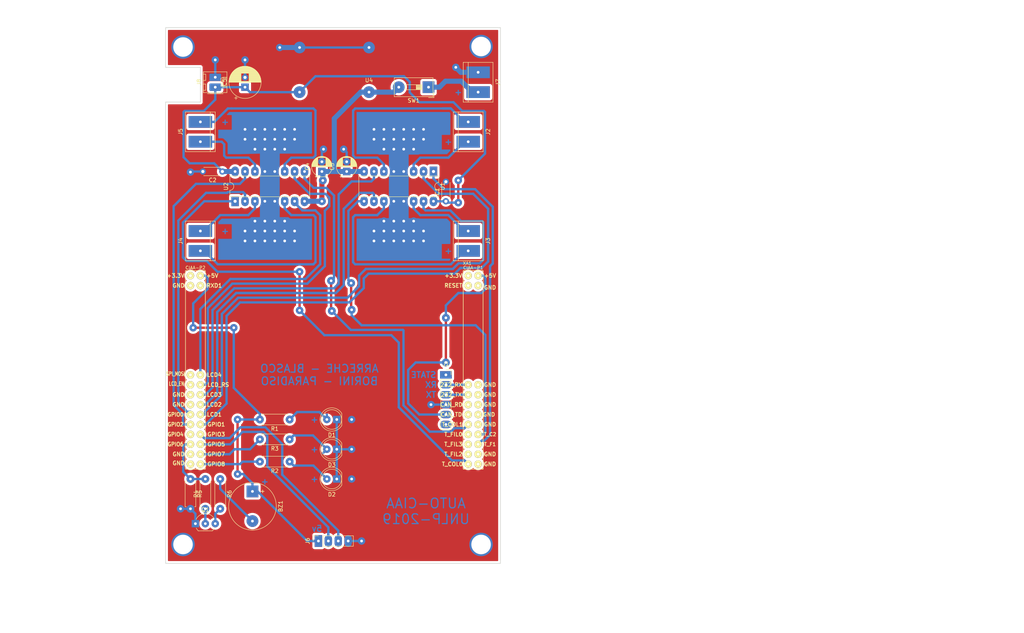
<source format=kicad_pcb>
(kicad_pcb (version 20171130) (host pcbnew "(5.1.4)-1")
  (title_block (title "Poncho Básico (Cambiar por el nombre del Poncho)") (date 2016-08-07) (rev 1.0) (company "Proyecto CIAA - COMPUTADORA INDUSTRIAL ABIERTA ARGENTINA") (comment 1 https://github.com/ciaa/Ponchos/tree/master/Basico/doc) (comment 2 "Autores y Licencia del template (Diego Brengi - UNLaM)") (comment 3 "Autor del poncho (COMPLETAR NOMBRE Y APELLIDO). Ver directorio \"doc\""))
  (layers (0 F.Cu signal) (31 B.Cu signal) (34 B.Paste user) (35 F.Paste user) (36 B.SilkS user) (37 F.SilkS user) (38 B.Mask user) (39 F.Mask user) (44 Edge.Cuts user))
  (net 0 "")
  (net 1 +5V)
  (net 2 GND)
  (net 3 "Net-(BZ1-Pad2)")
  (net 4 +8V)
  (net 5 "Net-(D1-Pad2)")
  (net 6 "Net-(D2-Pad2)")
  (net 7 "Net-(D3-Pad2)")
  (net 8 "Net-(J2-Pad1)")
  (net 9 "Net-(J2-Pad2)")
  (net 10 "Net-(J3-Pad2)")
  (net 11 "Net-(J3-Pad1)")
  (net 12 "Net-(J4-Pad1)")
  (net 13 "Net-(J4-Pad2)")
  (net 14 "Net-(J5-Pad2)")
  (net 15 "Net-(J5-Pad1)")
  (net 16 "Net-(Q1-Pad2)")
  (net 17 "Net-(Q1-Pad3)")
  (net 18 +5VL)
  (net 19 HM10_RX)
  (net 20 HM10_TX)
  (net 21 SR04_TR)
  (net 22 SR04_ECHO)
  (net 23 PWR_LED)
  (net 24 BT_LED)
  (net 25 ST_LED)
  (net 26 BUZZER)
  (net 27 "Net-(J7-Pad2)")
  (net 28 H1_ENABLE)
  (net 29 H2_ENABLE)
  (net 30 H1_IN_+)
  (net 31 H2_IN_+)
  (net 32 H1_IN_-)
  (net 33 H2_IN_-)
  (net 34 H4_IN_-)
  (net 35 H3_IN_-)
  (net 36 H4_IN_+)
  (net 37 H3_IN_+)
  (net 38 H4_ENABLE)
  (net 39 H3_ENABLE)
  (module Capacitor_THT:C_Disc_D4.3mm_W1.9mm_P5.00mm (layer F.Cu) (at 131.445 67.31 90)
    (fp_text reference C1 (at 2.5 -2.2 90) (layer F.SilkS))
    (fp_text value 0.1uf)
    (pad 1 thru_hole circle (at 0 0 90) (size 1.6 1.6) (drill 0.8) (layers *.Cu *.Mask) (net 18 +5VL))
    (pad 2 thru_hole circle (at 5 0 90) (size 1.6 1.6) (drill 0.8) (layers *.Cu *.Mask) (net 2 GND))
  )
  (module Button_Switch_THT:SW_DIP_SPSTx01_Slide_9.78x4.72mm_W7.62mm_P2.54mm (layer F.Cu) (at 127 38.1 180)
    (fp_text reference SW1 (at 3.81 -3.42) (layer F.SilkS))
    (fp_text value SW_SPST)
    (pad 1 thru_hole rect (at 0 0 180) (size 3 3) (drill 0.7) (layers *.Cu *.Mask) (net 27 "Net-(J7-Pad2)"))
    (pad 2 thru_hole oval (at 7.62 0 180) (size 3 3) (drill 0.7) (layers *.Cu *.Mask) (net 4 +8V))
  )
  (module footprint:Conn_Poncho_SinBorde (layer F.Cu) (at 137.16 86.36)
    (fp_text reference XA1 (at -0.254 -3.175) (layer F.SilkS) (effects (font (size 0.8 0.8) (thickness 0.12))))
    (fp_text value Conn_Poncho2P_2x_20x2_redux hide)
    (fp_text user GPIO8 (at -64.516 48.26) (layer F.SilkS) (effects (font (thickness 0.2))))
    (fp_text user GPIO7 (at -64.516 45.72) (layer F.SilkS) (effects (font (thickness 0.2))))
    (fp_text user GPIO5 (at -64.516 43.18) (layer F.SilkS) (effects (font (thickness 0.2))))
    (fp_text user GPIO3 (at -64.516 40.64) (layer F.SilkS) (effects (font (thickness 0.2))))
    (fp_text user GPIO1 (at -64.516 38.1) (layer F.SilkS) (effects (font (thickness 0.2))))
    (fp_text user LCD1 (at -65.024 35.56) (layer F.SilkS) (effects (font (thickness 0.2))))
    (fp_text user LCD2 (at -65.024 33.02) (layer F.SilkS) (effects (font (thickness 0.2))))
    (fp_text user LCD3 (at -65.024 30.48) (layer F.SilkS) (effects (font (thickness 0.2))))
    (fp_text user LCD_RS (at -64.008 27.94) (layer F.SilkS) (effects (font (thickness 0.2))))
    (fp_text user LCD4 (at -65.024 25.4) (layer F.SilkS) (effects (font (thickness 0.2))))
    (fp_text user RXD1 (at -65.024 2.54) (layer F.SilkS) (effects (font (thickness 0.2))))
    (fp_text user +5V (at -65.532 0) (layer F.SilkS) (effects (font (thickness 0.2))))
    (fp_text user GND (at -74.168 48.006) (layer F.SilkS) (effects (font (thickness 0.2))))
    (fp_text user GND (at -74.168 45.72) (layer F.SilkS) (effects (font (thickness 0.2))))
    (fp_text user GPIO6 (at -74.93 43.18) (layer F.SilkS) (effects (font (size 1 0.9) (thickness 0.2))))
    (fp_text user GPIO4 (at -74.93 40.64) (layer F.SilkS) (effects (font (size 1 0.9) (thickness 0.2))))
    (fp_text user GPIO2 (at -74.93 38.1) (layer F.SilkS) (effects (font (size 1 0.9) (thickness 0.2))))
    (fp_text user GPIO0 (at -74.93 35.56) (layer F.SilkS) (effects (font (size 1 0.9) (thickness 0.2))))
    (fp_text user GND (at -74.168 33.02) (layer F.SilkS) (effects (font (thickness 0.2))))
    (fp_text user GND (at -74.168 30.48) (layer F.SilkS) (effects (font (thickness 0.2))))
    (fp_text user LCD_EN (at -74.676 27.686) (layer F.SilkS) (effects (font (size 1 0.7) (thickness 0.17))))
    (fp_text user SPI_MOSI (at -74.93 25.146) (layer F.SilkS) (effects (font (size 1 0.7) (thickness 0.17))))
    (fp_text user GND (at -74.168 2.54) (layer F.SilkS) (effects (font (thickness 0.2))))
    (fp_text user +3.3V (at -74.93 0) (layer F.SilkS) (effects (font (thickness 0.2))))
    (fp_text user GND (at 5.588 48.26) (layer F.SilkS) (effects (font (thickness 0.2))))
    (fp_text user GND (at 5.588 45.72) (layer F.SilkS) (effects (font (thickness 0.2))))
    (fp_text user T_F1 (at 5.588 43.18) (layer F.SilkS) (effects (font (size 0.9 0.9) (thickness 0.18))))
    (fp_text user T_C2 (at 5.588 40.64) (layer F.SilkS) (effects (font (size 0.9 0.9) (thickness 0.18))))
    (fp_text user GND (at 5.588 38.1) (layer F.SilkS) (effects (font (thickness 0.2))))
    (fp_text user GND (at 5.334 35.56) (layer F.SilkS) (effects (font (thickness 0.2))))
    (fp_text user GND (at 5.588 33.02) (layer F.SilkS) (effects (font (thickness 0.2))))
    (fp_text user GND (at 5.588 30.48) (layer F.SilkS) (effects (font (thickness 0.2))))
    (fp_text user GND (at 5.588 27.94) (layer F.SilkS) (effects (font (thickness 0.2))))
    (fp_text user GND (at 5.588 3.048) (layer F.SilkS) (effects (font (thickness 0.2))))
    (fp_text user +5V (at 5.588 0) (layer F.SilkS) (effects (font (thickness 0.2))))
    (fp_text user T_COL0 (at -4.064 48.26) (layer F.SilkS) (effects (font (thickness 0.2))))
    (fp_text user T_FIL2 (at -3.81 45.72) (layer F.SilkS) (effects (font (thickness 0.2))))
    (fp_text user T_FIL3 (at -3.81 43.18) (layer F.SilkS) (effects (font (thickness 0.2))))
    (fp_text user T_FIL0 (at -3.81 40.64) (layer F.SilkS) (effects (font (thickness 0.2))))
    (fp_text user T_COL1 (at -4.064 38.1) (layer F.SilkS) (effects (font (thickness 0.2))))
    (fp_text user CAN_TD (at -4.318 35.56) (layer F.SilkS) (effects (font (thickness 0.2))))
    (fp_text user CAN_RD (at -4.318 33.02) (layer F.SilkS) (effects (font (thickness 0.2))))
    (fp_text user 232_TX (at -4.318 30.48) (layer F.SilkS) (effects (font (thickness 0.2))))
    (fp_text user 232_RX (at -4.318 27.94) (layer F.SilkS) (effects (font (thickness 0.2))))
    (fp_text user RESET (at -3.81 2.54) (layer F.SilkS) (effects (font (thickness 0.2))))
    (fp_text user CIAA-P2 (at -69.85 -2.032) (layer F.SilkS) (effects (font (size 0.8 0.8) (thickness 0.12))))
    (fp_text user CIAA-P1 (at 1.27 -2.032) (layer F.SilkS) (effects (font (size 0.8 0.8) (thickness 0.12))))
    (fp_text user +3.3V (at -3.81 0) (layer F.SilkS) (effects (font (thickness 0.2))))
    (pad 1 thru_hole oval (at 0 0 270) (size 1.9 1.9) (drill 0.7) (layers *.Cu F.SilkS))
    (pad 2 thru_hole oval (at 2.54 0 270) (size 1.9 1.9) (drill 0.7) (layers *.Cu F.SilkS) (net 1 +5V))
    (pad 4 thru_hole oval (at 2.54 2.54 270) (size 1.9 1.9) (drill 0.7) (layers *.Cu F.SilkS))
    (pad 23 thru_hole oval (at 0 27.94 270) (size 1.9 1.9) (drill 0.7) (layers *.Cu F.SilkS) (net 19 HM10_RX))
    (pad 25 thru_hole oval (at 0 30.48 270) (size 1.9 1.9) (drill 0.7) (layers *.Cu F.SilkS) (net 20 HM10_TX))
    (pad 27 thru_hole oval (at 0 33.02 270) (size 1.9 1.9) (drill 0.7) (layers *.Cu F.SilkS))
    (pad 29 thru_hole oval (at 0 35.56 270) (size 1.9 1.9) (drill 0.7) (layers *.Cu F.SilkS))
    (pad 31 thru_hole oval (at 0 38.1 270) (size 1.9 1.9) (drill 0.7) (layers *.Cu F.SilkS) (net 38 H4_ENABLE))
    (pad 24 thru_hole oval (at 2.54 27.94 270) (size 1.9 1.9) (drill 0.7) (layers *.Cu F.SilkS))
    (pad 26 thru_hole oval (at 2.54 30.48 270) (size 1.9 1.9) (drill 0.7) (layers *.Cu F.SilkS))
    (pad 33 thru_hole oval (at 0 40.64 270) (size 1.9 1.9) (drill 0.7) (layers *.Cu F.SilkS))
    (pad 28 thru_hole oval (at 2.54 33.02 270) (size 1.9 1.9) (drill 0.7) (layers *.Cu F.SilkS))
    (pad 32 thru_hole oval (at 2.54 38.1 270) (size 1.9 1.9) (drill 0.7) (layers *.Cu F.SilkS))
    (pad 34 thru_hole oval (at 2.54 40.64 270) (size 1.9 1.9) (drill 0.7) (layers *.Cu F.SilkS) (net 29 H2_ENABLE))
    (pad 36 thru_hole oval (at 2.54 43.18 270) (size 1.9 1.9) (drill 0.7) (layers *.Cu F.SilkS) (net 28 H1_ENABLE))
    (pad 38 thru_hole oval (at 2.54 45.72 270) (size 1.9 1.9) (drill 0.7) (layers *.Cu F.SilkS))
    (pad 35 thru_hole oval (at 0 43.18 270) (size 1.9 1.9) (drill 0.7) (layers *.Cu F.SilkS))
    (pad 37 thru_hole oval (at 0 45.72 270) (size 1.9 1.9) (drill 0.7) (layers *.Cu F.SilkS))
    (pad 3 thru_hole oval (at 0 2.54 270) (size 1.9 1.9) (drill 0.7) (layers *.Cu F.SilkS))
    (pad 39 thru_hole oval (at 0 48.26 270) (size 1.9 1.9) (drill 0.7) (layers *.Cu F.SilkS) (net 39 H3_ENABLE))
    (pad 40 thru_hole oval (at 2.54 48.26 270) (size 1.9 1.9) (drill 0.7) (layers *.Cu F.SilkS))
    (pad 30 thru_hole oval (at 2.54 35.56 270) (size 1.9 1.9) (drill 0.7) (layers *.Cu F.SilkS))
    (pad 41 thru_hole oval (at -71.12 0 270) (size 1.9 1.9) (drill 0.7) (layers *.Cu F.SilkS))
    (pad 42 thru_hole oval (at -68.58 0 270) (size 1.9 1.9) (drill 0.7) (layers *.Cu F.SilkS) (net 23 PWR_LED))
    (pad 43 thru_hole oval (at -71.12 2.54 270) (size 1.9 1.9) (drill 0.7) (layers *.Cu F.SilkS))
    (pad 44 thru_hole oval (at -68.58 2.54 270) (size 1.9 1.9) (drill 0.7) (layers *.Cu F.SilkS))
    (pad 61 thru_hole oval (at -71.12 25.4 270) (size 1.9 1.9) (drill 0.7) (layers *.Cu F.SilkS))
    (pad 62 thru_hole oval (at -68.58 25.4 270) (size 1.9 1.9) (drill 0.7) (layers *.Cu F.SilkS) (net 35 H3_IN_-))
    (pad 63 thru_hole oval (at -71.12 27.94 270) (size 1.9 1.9) (drill 0.7) (layers *.Cu F.SilkS))
    (pad 64 thru_hole oval (at -68.58 27.94 270) (size 1.9 1.9) (drill 0.7) (layers *.Cu F.SilkS) (net 36 H4_IN_+))
    (pad 65 thru_hole oval (at -71.12 30.48 270) (size 1.9 1.9) (drill 0.7) (layers *.Cu F.SilkS))
    (pad 66 thru_hole oval (at -68.58 30.48 270) (size 1.9 1.9) (drill 0.7) (layers *.Cu F.SilkS) (net 32 H1_IN_-))
    (pad 67 thru_hole oval (at -71.12 33.02 270) (size 1.9 1.9) (drill 0.7) (layers *.Cu F.SilkS))
    (pad 68 thru_hole oval (at -68.58 33.02 270) (size 1.9 1.9) (drill 0.7) (layers *.Cu F.SilkS) (net 31 H2_IN_+))
    (pad 69 thru_hole oval (at -71.12 35.56 270) (size 1.9 1.9) (drill 0.7) (layers *.Cu F.SilkS) (net 37 H3_IN_+))
    (pad 70 thru_hole oval (at -68.58 35.56 270) (size 1.9 1.9) (drill 0.7) (layers *.Cu F.SilkS) (net 33 H2_IN_-))
    (pad 71 thru_hole oval (at -71.12 38.1 270) (size 1.9 1.9) (drill 0.7) (layers *.Cu F.SilkS) (net 34 H4_IN_-))
    (pad 72 thru_hole oval (at -68.58 38.1 270) (size 1.9 1.9) (drill 0.7) (layers *.Cu F.SilkS) (net 30 H1_IN_+))
    (pad 73 thru_hole oval (at -71.12 40.64 270) (size 1.9 1.9) (drill 0.7) (layers *.Cu F.SilkS))
    (pad 74 thru_hole oval (at -68.58 40.64 270) (size 1.9 1.9) (drill 0.7) (layers *.Cu F.SilkS) (net 22 SR04_ECHO))
    (pad 75 thru_hole oval (at -71.12 43.18 270) (size 1.9 1.9) (drill 0.7) (layers *.Cu F.SilkS) (net 26 BUZZER))
    (pad 76 thru_hole oval (at -68.58 43.18 270) (size 1.9 1.9) (drill 0.7) (layers *.Cu F.SilkS) (net 21 SR04_TR))
    (pad 77 thru_hole oval (at -71.12 45.72 270) (size 1.9 1.9) (drill 0.7) (layers *.Cu F.SilkS))
    (pad 78 thru_hole oval (at -68.58 45.72 270) (size 1.9 1.9) (drill 0.7) (layers *.Cu F.SilkS) (net 25 ST_LED))
    (pad 79 thru_hole oval (at -71.12 48.26 270) (size 1.9 1.9) (drill 0.7) (layers *.Cu F.SilkS))
    (pad 80 thru_hole oval (at -68.58 48.26 270) (size 1.9 1.9) (drill 0.7) (layers *.Cu F.SilkS) (net 24 BT_LED))
  )
  (module Connector_PinSocket_2.54mm:PinSocket_1x06_P2.54mm_Vertical (layer F.Cu) (at 131.445 111.76)
    (fp_text reference J1 (at 0 -2.77) (layer F.SilkS))
    (fp_text value HM-10)
    (pad 1 thru_hole rect (at 0 0) (size 3 1.9) (drill 0.7) (layers *.Cu *.Mask))
    (pad 2 thru_hole oval (at 0 2.54) (size 3 1.9) (drill 0.7) (layers *.Cu *.Mask) (net 19 HM10_RX))
    (pad 3 thru_hole oval (at 0 5.08) (size 3 1.9) (drill 0.7) (layers *.Cu *.Mask) (net 20 HM10_TX))
    (pad 4 thru_hole oval (at 0 7.62) (size 3 1.9) (drill 0.7) (layers *.Cu *.Mask) (net 2 GND))
    (pad 5 thru_hole oval (at 0 10.16) (size 3 1.9) (drill 0.7) (layers *.Cu *.Mask) (net 1 +5V))
    (pad 6 thru_hole oval (at 0 12.7) (size 3 1.9) (drill 0.7) (layers *.Cu *.Mask))
  )
  (module TerminalBlock:TerminalBlock_bornier-2_P5.08mm (layer F.Cu) (at 68.58 80.01 90)
    (fp_text reference J4 (at 2.54 -5.08 90) (layer F.SilkS))
    (fp_text value H3_OUT)
    (pad 2 thru_hole rect (at 5.08 0 90) (size 3 6) (drill 0.7) (layers *.Cu *.Mask) (net 13 "Net-(J4-Pad2)"))
    (pad 1 thru_hole rect (at 0 0 90) (size 3 6) (drill 0.7) (layers *.Cu *.Mask) (net 12 "Net-(J4-Pad1)"))
  )
  (module TerminalBlock:TerminalBlock_bornier-2_P5.08mm (layer F.Cu) (at 68.58 52.07 90)
    (fp_text reference J5 (at 2.54 -5.08 270) (layer F.SilkS))
    (fp_text value H4_OUT)
    (pad 2 thru_hole rect (at 5.08 0 90) (size 3 6) (drill 0.7) (layers *.Cu *.Mask) (net 14 "Net-(J5-Pad2)"))
    (pad 1 thru_hole rect (at 0 0 90) (size 3 6) (drill 0.7) (layers *.Cu *.Mask) (net 15 "Net-(J5-Pad1)"))
  )
  (module TerminalBlock:TerminalBlock_bornier-2_P5.08mm (layer F.Cu) (at 137.16 46.99 270)
    (fp_text reference J2 (at 2.54 -5.08 90) (layer F.SilkS))
    (fp_text value H1_OUT)
    (pad 2 thru_hole rect (at 5.08 0 270) (size 3 6) (drill 0.7) (layers *.Cu *.Mask) (net 9 "Net-(J2-Pad2)"))
    (pad 1 thru_hole rect (at 0 0 270) (size 3 6) (drill 0.7) (layers *.Cu *.Mask) (net 8 "Net-(J2-Pad1)"))
  )
  (module TerminalBlock:TerminalBlock_bornier-2_P5.08mm (layer F.Cu) (at 137.16 74.93 270)
    (fp_text reference J3 (at 2.54 -5.08 90) (layer F.SilkS))
    (fp_text value H2_OUT)
    (pad 2 thru_hole rect (at 5.08 0 270) (size 3 6) (drill 0.7) (layers *.Cu *.Mask) (net 10 "Net-(J3-Pad2)"))
    (pad 1 thru_hole rect (at 0 0 270) (size 3 6) (drill 0.7) (layers *.Cu *.Mask) (net 11 "Net-(J3-Pad1)"))
  )
  (module TerminalBlock:TerminalBlock_bornier-2_P5.08mm (layer F.Cu) (at 139.7 34.29 270)
    (fp_text reference J7 (at 2.54 -5.08 90) (layer F.SilkS))
    (fp_text value POWER-IN)
    (pad 2 thru_hole rect (at 5.08 0 270) (size 3 6) (drill 0.7) (layers *.Cu *.Mask) (net 27 "Net-(J7-Pad2)"))
    (pad 1 thru_hole rect (at 0 0 270) (size 3 6) (drill 0.7) (layers *.Cu *.Mask) (net 2 GND))
  )
  (module Capacitor_THT:CP_Radial_D8.0mm_P2.50mm (layer F.Cu) (at 80.01 38.1 90)
    (fp_text reference C5 (at 1.25 -5.25 90) (layer F.SilkS))
    (fp_text value 10uf)
    (pad 1 thru_hole rect (at 0 0 90) (size 1.9 1.9) (drill 0.7) (layers *.Cu *.Mask) (net 18 +5VL))
    (pad 2 thru_hole circle (at 2.5 0 90) (size 1.6 1.6) (drill 0.8) (layers *.Cu *.Mask) (net 2 GND))
  )
  (module LED_THT:LED_D5.0mm (layer F.Cu) (at 103.505 123.19 180)
    (fp_text reference D1 (at 1.27 -3.96) (layer F.SilkS))
    (fp_text value Pwr_LED)
    (pad 2 thru_hole circle (at 2.54 0 180) (size 1.9 1.9) (drill 0.7) (layers *.Cu *.Mask) (net 5 "Net-(D1-Pad2)"))
    (pad 1 thru_hole rect (at 0 0 180) (size 1.9 1.9) (drill 0.7) (layers *.Cu *.Mask) (net 2 GND))
  )
  (module LED_THT:LED_D5.0mm (layer F.Cu) (at 103.505 138.43 180)
    (fp_text reference D2 (at 1.27 -3.96) (layer F.SilkS))
    (fp_text value Bluetooth_LED)
    (pad 2 thru_hole circle (at 2.54 0 180) (size 1.9 1.9) (drill 0.7) (layers *.Cu *.Mask) (net 6 "Net-(D2-Pad2)"))
    (pad 1 thru_hole rect (at 0 0 180) (size 1.9 1.9) (drill 0.7) (layers *.Cu *.Mask) (net 2 GND))
  )
  (module LED_THT:LED_D5.0mm (layer F.Cu) (at 103.505 130.81 180)
    (fp_text reference D3 (at 1.27 -3.96) (layer F.SilkS))
    (fp_text value State_LED)
    (pad 1 thru_hole rect (at 0 0 180) (size 1.9 1.9) (drill 0.7) (layers *.Cu *.Mask) (net 2 GND))
    (pad 2 thru_hole circle (at 2.54 0 180) (size 1.9 1.9) (drill 0.7) (layers *.Cu *.Mask) (net 7 "Net-(D3-Pad2)"))
  )
  (module Connector_PinSocket_2.54mm:PinSocket_1x04_P2.54mm_Vertical (layer F.Cu) (at 98.806 154.305 90)
    (fp_text reference J6 (at 0 -2.77 90) (layer F.SilkS))
    (fp_text value HC-SR04)
    (pad 1 thru_hole rect (at 0 0 90) (size 3 1.9) (drill 0.7) (layers *.Cu *.Mask) (net 23 PWR_LED))
    (pad 2 thru_hole oval (at 0 2.54 90) (size 3 1.9) (drill 0.7) (layers *.Cu *.Mask) (net 21 SR04_TR))
    (pad 3 thru_hole oval (at 0 5.08 90) (size 3 1.9) (drill 0.7) (layers *.Cu *.Mask) (net 22 SR04_ECHO))
    (pad 4 thru_hole oval (at 0 7.62 90) (size 3 1.9) (drill 0.7) (layers *.Cu *.Mask) (net 2 GND))
  )
  (module Connector_Molex:Molex_KK-254_AE-6410-02A_1x02_P2.54mm_Vertical (layer F.Cu) (at 72.39 38.1 90)
    (fp_text reference J8 (at 1.27 -4.12 90) (layer F.SilkS))
    (fp_text value CONN_A_EDU_CIAA)
    (pad 1 thru_hole roundrect (at 0 0 90) (size 1.9 3) (drill 0.7) (layers *.Cu *.Mask) (roundrect_rratio 0.144) (net 18 +5VL))
    (pad 2 thru_hole roundrect (at 2.54 0 90) (size 1.9 3) (drill 0.7) (layers *.Cu *.Mask) (roundrect_rratio 0.144) (net 2 GND))
  )
  (module Resistor_THT:R_Axial_DIN0207_L6.3mm_D2.5mm_P7.62mm_Horizontal (layer F.Cu) (at 91.44 123.19 180)
    (fp_text reference R1 (at 3.81 -2.37) (layer F.SilkS))
    (fp_text value 420Ω)
    (pad 2 thru_hole oval (at 7.62 0 180) (size 2 2) (drill 0.7) (layers *.Cu *.Mask) (net 23 PWR_LED))
    (pad 1 thru_hole circle (at 0 0 180) (size 2 2) (drill 0.7) (layers *.Cu *.Mask) (net 5 "Net-(D1-Pad2)"))
  )
  (module Resistor_THT:R_Axial_DIN0207_L6.3mm_D2.5mm_P7.62mm_Horizontal (layer F.Cu) (at 91.44 133.985 180)
    (fp_text reference R2 (at 3.81 -2.37) (layer F.SilkS))
    (fp_text value 420Ω)
    (pad 1 thru_hole circle (at 0 0 180) (size 2 2) (drill 0.7) (layers *.Cu *.Mask) (net 6 "Net-(D2-Pad2)"))
    (pad 2 thru_hole oval (at 7.62 0 180) (size 2 2) (drill 0.7) (layers *.Cu *.Mask) (net 24 BT_LED))
  )
  (module Resistor_THT:R_Axial_DIN0207_L6.3mm_D2.5mm_P7.62mm_Horizontal (layer F.Cu) (at 91.44 128.27 180)
    (fp_text reference R3 (at 3.81 -2.37) (layer F.SilkS))
    (fp_text value 420Ω)
    (pad 2 thru_hole oval (at 7.62 0 180) (size 2 2) (drill 0.7) (layers *.Cu *.Mask) (net 25 ST_LED))
    (pad 1 thru_hole circle (at 0 0 180) (size 2 2) (drill 0.7) (layers *.Cu *.Mask) (net 7 "Net-(D3-Pad2)"))
  )
  (module Resistor_THT:R_Axial_DIN0207_L6.3mm_D2.5mm_P7.62mm_Horizontal (layer F.Cu) (at 69.85 146.05 90)
    (fp_text reference R4 (at 3.81 -2.37 90) (layer F.SilkS))
    (fp_text value 10k)
    (pad 2 thru_hole oval (at 7.62 0 90) (size 2 2) (drill 0.7) (layers *.Cu *.Mask) (net 26 BUZZER))
    (pad 1 thru_hole circle (at 0 0 90) (size 2 2) (drill 0.7) (layers *.Cu *.Mask) (net 16 "Net-(Q1-Pad2)"))
  )
  (module Resistor_THT:R_Axial_DIN0207_L6.3mm_D2.5mm_P7.62mm_Horizontal (layer F.Cu) (at 66.04 138.43 270)
    (fp_text reference R5 (at 3.81 -2.37 90) (layer F.SilkS))
    (fp_text value 330k)
    (pad 1 thru_hole circle (at 0 0 270) (size 2 2) (drill 0.7) (layers *.Cu *.Mask) (net 26 BUZZER))
    (pad 2 thru_hole oval (at 7.62 0 270) (size 2 2) (drill 0.7) (layers *.Cu *.Mask) (net 2 GND))
  )
  (module Resistor_THT:R_Axial_DIN0207_L6.3mm_D2.5mm_P7.62mm_Horizontal (layer F.Cu) (at 73.66 138.43 270)
    (fp_text reference R6 (at 3.81 -2.37 90) (layer F.SilkS))
    (fp_text value 250R)
    (pad 1 thru_hole circle (at 0 0 270) (size 2 2) (drill 0.7) (layers *.Cu *.Mask) (net 3 "Net-(BZ1-Pad2)"))
    (pad 2 thru_hole oval (at 7.62 0 270) (size 2 2) (drill 0.7) (layers *.Cu *.Mask) (net 17 "Net-(Q1-Pad3)"))
  )
  (module Package_DIP:DIP-16_W7.62mm (layer F.Cu) (at 128.27 59.69 270)
    (fp_text reference U1 (at 3.81 -2.33 90) (layer F.SilkS))
    (fp_text value L293D)
    (pad 1 thru_hole rect (at 0 0 270) (size 2.5 1.9) (drill 0.8) (layers *.Cu *.Mask) (net 28 H1_ENABLE))
    (pad 9 thru_hole oval (at 7.62 17.78 270) (size 2.5 1.9) (drill 0.7) (layers *.Cu *.Mask) (net 29 H2_ENABLE))
    (pad 2 thru_hole oval (at 0 2.54 270) (size 2.5 1.9) (drill 0.7) (layers *.Cu *.Mask) (net 30 H1_IN_+))
    (pad 10 thru_hole oval (at 7.62 15.24 270) (size 2.5 1.9) (drill 0.7) (layers *.Cu *.Mask) (net 31 H2_IN_+))
    (pad 3 thru_hole oval (at 0 5.08 270) (size 2.5 1.9) (drill 0.7) (layers *.Cu *.Mask) (net 9 "Net-(J2-Pad2)"))
    (pad 11 thru_hole oval (at 7.62 12.7 270) (size 2.5 1.9) (drill 0.7) (layers *.Cu *.Mask) (net 10 "Net-(J3-Pad2)"))
    (pad 4 thru_hole oval (at 0 7.62 270) (size 2.5 1.9) (drill 0.7) (layers *.Cu *.Mask) (net 2 GND))
    (pad 12 thru_hole oval (at 7.62 10.16 270) (size 2.5 1.9) (drill 0.7) (layers *.Cu *.Mask) (net 2 GND))
    (pad 5 thru_hole oval (at 0 10.16 270) (size 2.5 1.9) (drill 0.7) (layers *.Cu *.Mask) (net 2 GND))
    (pad 13 thru_hole oval (at 7.62 7.62 270) (size 2.5 1.9) (drill 0.7) (layers *.Cu *.Mask) (net 2 GND))
    (pad 6 thru_hole oval (at 0 12.7 270) (size 2.5 1.9) (drill 0.7) (layers *.Cu *.Mask) (net 8 "Net-(J2-Pad1)"))
    (pad 14 thru_hole oval (at 7.62 5.08 270) (size 2.5 1.9) (drill 0.7) (layers *.Cu *.Mask) (net 11 "Net-(J3-Pad1)"))
    (pad 7 thru_hole oval (at 0 15.24 270) (size 2.5 1.9) (drill 0.7) (layers *.Cu *.Mask) (net 32 H1_IN_-))
    (pad 15 thru_hole oval (at 7.62 2.54 270) (size 2.5 1.9) (drill 0.7) (layers *.Cu *.Mask) (net 33 H2_IN_-))
    (pad 8 thru_hole oval (at 0 17.78 270) (size 2.5 1.9) (drill 0.7) (layers *.Cu *.Mask) (net 4 +8V))
    (pad 16 thru_hole oval (at 7.62 0 270) (size 2.5 1.9) (drill 0.7) (layers *.Cu *.Mask) (net 18 +5VL))
  )
  (module Package_DIP:DIP-16_W7.62mm (layer F.Cu) (at 77.47 67.31 90)
    (fp_text reference U2 (at 3.81 -2.33 90) (layer F.SilkS))
    (fp_text value L293D)
    (pad 16 thru_hole oval (at 7.62 0 90) (size 2.5 1.9) (drill 0.7) (layers *.Cu *.Mask) (net 18 +5VL))
    (pad 8 thru_hole oval (at 0 17.78 90) (size 2.5 1.9) (drill 0.7) (layers *.Cu *.Mask) (net 4 +8V))
    (pad 15 thru_hole oval (at 7.62 2.54 90) (size 2.5 1.9) (drill 0.7) (layers *.Cu *.Mask) (net 34 H4_IN_-))
    (pad 7 thru_hole oval (at 0 15.24 90) (size 2.5 1.9) (drill 0.7) (layers *.Cu *.Mask) (net 35 H3_IN_-))
    (pad 14 thru_hole oval (at 7.62 5.08 90) (size 2.5 1.9) (drill 0.7) (layers *.Cu *.Mask) (net 15 "Net-(J5-Pad1)"))
    (pad 6 thru_hole oval (at 0 12.7 90) (size 2.5 1.9) (drill 0.7) (layers *.Cu *.Mask) (net 12 "Net-(J4-Pad1)"))
    (pad 13 thru_hole oval (at 7.62 7.62 90) (size 2.5 1.9) (drill 0.7) (layers *.Cu *.Mask) (net 2 GND))
    (pad 5 thru_hole oval (at 0 10.16 90) (size 2.5 1.9) (drill 0.7) (layers *.Cu *.Mask) (net 2 GND))
    (pad 12 thru_hole oval (at 7.62 10.16 90) (size 2.5 1.9) (drill 0.7) (layers *.Cu *.Mask) (net 2 GND))
    (pad 4 thru_hole oval (at 0 7.62 90) (size 2.5 1.9) (drill 0.7) (layers *.Cu *.Mask) (net 2 GND))
    (pad 11 thru_hole oval (at 7.62 12.7 90) (size 2.5 1.9) (drill 0.7) (layers *.Cu *.Mask) (net 14 "Net-(J5-Pad2)"))
    (pad 3 thru_hole oval (at 0 5.08 90) (size 2.5 1.9) (drill 0.7) (layers *.Cu *.Mask) (net 13 "Net-(J4-Pad2)"))
    (pad 10 thru_hole oval (at 7.62 15.24 90) (size 2.5 1.9) (drill 0.7) (layers *.Cu *.Mask) (net 36 H4_IN_+))
    (pad 2 thru_hole oval (at 0 2.54 90) (size 2.5 1.9) (drill 0.7) (layers *.Cu *.Mask) (net 37 H3_IN_+))
    (pad 9 thru_hole oval (at 7.62 17.78 90) (size 2.5 1.9) (drill 0.7) (layers *.Cu *.Mask) (net 38 H4_ENABLE))
    (pad 1 thru_hole rect (at 0 0 90) (size 2.5 1.9) (drill 0.8) (layers *.Cu *.Mask) (net 39 H3_ENABLE))
  )
  (module footprint:mini360 (layer F.Cu) (at 111.76 36.83 180)
    (fp_text reference U4 (at 0 0.5) (layer F.SilkS))
    (fp_text value STEP-DOWN)
    (pad 1 thru_hole circle (at 0 -2.54 180) (size 3 3) (drill 0.7) (layers *.Cu *.Mask) (net 4 +8V))
    (pad 2 thru_hole circle (at 0 8.89 180) (size 3 3) (drill 0.7) (layers *.Cu *.Mask) (net 2 GND))
    (pad 3 thru_hole circle (at 17.78 -2.54 180) (size 3 3) (drill 0.7) (layers *.Cu *.Mask) (net 18 +5VL))
    (pad 4 thru_hole circle (at 17.78 8.89 180) (size 3 3) (drill 0.7) (layers *.Cu *.Mask) (net 2 GND))
  )
  (module Package_TO_SOT_THT:TO-92_Inline_Wide (layer F.Cu) (at 67.31 149.86)
    (fp_text reference Q1 (at 2.54 -3.56) (layer F.SilkS))
    (fp_text value 2N7000)
    (pad 1 thru_hole rect (at 0 0 90) (size 1.9 1.9) (drill 0.7) (layers *.Cu *.Mask) (net 2 GND))
    (pad 3 thru_hole circle (at 5.08 0 90) (size 1.9 1.9) (drill 0.7) (layers *.Cu *.Mask) (net 17 "Net-(Q1-Pad3)"))
    (pad 2 thru_hole circle (at 2.54 0 90) (size 1.9 1.9) (drill 0.7) (layers *.Cu *.Mask) (net 16 "Net-(Q1-Pad2)"))
  )
  (module Buzzer_Beeper:Buzzer_12x9.5RM7.6 (layer F.Cu) (at 81.915 141.605 270)
    (fp_text reference BZ1 (at 3.8 -7.2 90) (layer F.SilkS))
    (fp_text value Buzzer)
    (fp_text user + (at -0.01 -2.54 90) (layer F.SilkS))
    (pad 1 thru_hole rect (at 0 0 270) (size 3 3) (drill 0.7) (layers *.Cu *.Mask) (net 23 PWR_LED))
    (pad 2 thru_hole circle (at 7.6 0 270) (size 3 3) (drill 0.7) (layers *.Cu *.Mask) (net 3 "Net-(BZ1-Pad2)"))
  )
  (module Capacitor_THT:CP_Radial_D5.0mm_P2.50mm (layer F.Cu) (at 106.045 59.69 90)
    (fp_text reference C3 (at 1.25 -3.75 90) (layer F.SilkS))
    (fp_text value 1uf)
    (pad 1 thru_hole rect (at 0 0 90) (size 1.9 1.9) (drill 0.7) (layers *.Cu *.Mask) (net 4 +8V))
    (pad 2 thru_hole circle (at 2.5 0 90) (size 1.9 1.9) (drill 0.7) (layers *.Cu *.Mask) (net 2 GND))
  )
  (module Capacitor_THT:CP_Radial_D5.0mm_P2.50mm (layer F.Cu) (at 99.695 59.69 90)
    (fp_text reference C4 (at 1.25 -3.75 90) (layer F.SilkS))
    (fp_text value 1uf)
    (pad 2 thru_hole circle (at 2.5 0 90) (size 1.9 1.9) (drill 0.7) (layers *.Cu *.Mask) (net 2 GND))
    (pad 1 thru_hole rect (at 0 0 90) (size 1.9 1.9) (drill 0.7) (layers *.Cu *.Mask) (net 4 +8V))
  )
  (module Capacitor_THT:C_Disc_D4.3mm_W1.9mm_P5.00mm (layer F.Cu) (at 74.215 59.69 180)
    (fp_text reference C2 (at 2.5 -2.2) (layer F.SilkS))
    (fp_text value 0.1uf)
    (pad 2 thru_hole circle (at 5 0 180) (size 1.6 1.6) (drill 0.8) (layers *.Cu *.Mask) (net 2 GND))
    (pad 1 thru_hole circle (at 0 0 180) (size 1.6 1.6) (drill 0.8) (layers *.Cu *.Mask) (net 18 +5VL))
  )
  (gr_text "ARRECHE - BLASCO\nBORINI - PARADISO\n" (at 99.06 111.76) (layer B.Cu) (effects (font (size 2 2) (thickness 0.3)) (justify mirror)))
  (gr_text + (at 134.62 39.37) (layer B.Cu) (effects (font (size 1.5 1.5) (thickness 0.3)) (justify mirror)))
  (gr_text "AUTO-CIAA\nUNLP-2019" (at 126.365 146.685) (layer B.Cu) (effects (font (size 2.5 2.5) (thickness 0.3)) (justify mirror)))
  (gr_text + (at 74.93 46.99) (layer B.Cu) (effects (font (size 1.5 1.5) (thickness 0.3)) (justify mirror)))
  (gr_text + (at 74.93 74.93) (layer B.Cu) (effects (font (size 1.5 1.5) (thickness 0.3)) (justify mirror)))
  (gr_text + (at 132.08 80.01) (layer B.Cu) (effects (font (size 1.5 1.5) (thickness 0.3)) (justify mirror)))
  (gr_text + (at 132.08 52.07) (layer B.Cu) (effects (font (size 1.5 1.5) (thickness 0.3)) (justify mirror)))
  (gr_text "5v\n" (at 98.425 151.13) (layer B.Cu) (effects (font (size 1.5 1.5) (thickness 0.3)) (justify mirror)))
  (gr_text + (at 97.79 138.43) (layer B.Cu) (effects (font (size 1.5 1.5) (thickness 0.3)) (justify mirror)))
  (gr_text + (at 97.79 130.81) (layer B.Cu) (effects (font (size 1.5 1.5) (thickness 0.3)) (justify mirror)))
  (gr_text + (at 97.79 123.19) (layer B.Cu) (effects (font (size 1.5 1.5) (thickness 0.3)) (justify mirror)))
  (gr_text + (at 85.09 139.065) (layer B.Cu) (effects (font (size 1.5 1.5) (thickness 0.3)) (justify mirror)))
  (gr_text TX (at 127.635 116.84) (layer B.Cu) (effects (font (size 1.5 1.5) (thickness 0.3)) (justify mirror)))
  (gr_text RX (at 127.635 114.3) (layer B.Cu) (effects (font (size 1.5 1.5) (thickness 0.3)) (justify mirror)))
  (gr_text STATE (at 125.73 111.76) (layer B.Cu) (effects (font (size 1.5 1.5) (thickness 0.3)) (justify mirror)))
  (gr_line (start 59.69 33.02) (end 59.69 22.86) (layer Edge.Cuts) (width 0.15))
  (gr_line (start 59.69 41.91) (end 59.69 160.02) (layer Edge.Cuts) (width 0.15))
  (gr_line (start 68.58 41.91) (end 59.69 41.91) (layer Edge.Cuts) (width 0.15))
  (gr_line (start 68.58 33.02) (end 68.58 41.91) (layer Edge.Cuts) (width 0.15))
  (gr_line (start 59.69 33.02) (end 68.58 33.02) (layer Edge.Cuts) (width 0.15))
  (gr_line (start 145.415 160.02) (end 59.69 160.02) (angle 90) (layer Edge.Cuts) (width 0.15))
  (gr_line (start 145.415 22.86) (end 145.415 160.02) (angle 90) (layer Edge.Cuts) (width 0.15))
  (gr_line (start 59.69 22.86) (end 145.415 22.86) (angle 90) (layer Edge.Cuts) (width 0.15))
  (segment (start 141.550001 89.788001) (end 140.533002 90.805) (width 0.6) (layer B.Cu) (net 1))
  (segment (start 141.550001 86.866499) (end 141.550001 89.788001) (width 0.6) (layer B.Cu) (net 1))
  (segment (start 139.7 86.36) (end 141.043502 86.36) (width 0.6) (layer B.Cu) (net 1))
  (segment (start 141.043502 86.36) (end 141.550001 86.866499) (width 0.6) (layer B.Cu) (net 1))
  (segment (start 123.705775 108.585) (end 131.445 108.585) (width 0.6) (layer B.Cu) (net 1))
  (via (at 131.445 108.585) (size 2) (drill 0.7) (layers F.Cu B.Cu) (net 1))
  (segment (start 131.445 121.92) (end 130.655655 121.92) (width 0.6) (layer B.Cu) (net 1))
  (segment (start 121.787132 119.07029) (end 121.787132 110.503643) (width 0.6) (layer B.Cu) (net 1))
  (segment (start 121.787132 110.503643) (end 123.705775 108.585) (width 0.6) (layer B.Cu) (net 1))
  (via (at 131.445 97.155) (size 2) (drill 0.7) (layers F.Cu B.Cu) (net 1))
  (segment (start 131.445 108.585) (end 131.445 97.155) (width 0.6) (layer F.Cu) (net 1))
  (segment (start 131.445 97.155) (end 131.445 93.98) (width 0.6) (layer B.Cu) (net 1))
  (segment (start 134.62 90.805) (end 138.43 90.805) (width 0.6) (layer B.Cu) (net 1))
  (segment (start 131.445 93.98) (end 134.62 90.805) (width 0.6) (layer B.Cu) (net 1))
  (segment (start 140.533002 90.805) (end 138.43 90.805) (width 0.6) (layer B.Cu) (net 1))
  (segment (start 138.43 90.805) (end 136.525 90.805) (width 0.6) (layer B.Cu) (net 1))
  (segment (start 124.636842 121.92) (end 121.787132 119.07029) (width 0.6) (layer B.Cu) (net 1))
  (segment (start 131.445 121.92) (end 124.636842 121.92) (width 0.6) (layer B.Cu) (net 1))
  (via (at 115.57 51.435) (size 1.9) (drill 0.7) (layers F.Cu B.Cu) (net 2))
  (via (at 115.57 48.895) (size 1.9) (drill 0.7) (layers F.Cu B.Cu) (net 2))
  (via (at 118.11 48.895) (size 1.9) (drill 0.7) (layers F.Cu B.Cu) (net 2))
  (via (at 125.73 51.435) (size 1.9) (drill 0.7) (layers F.Cu B.Cu) (net 2))
  (via (at 123.19 51.435) (size 1.9) (drill 0.7) (layers F.Cu B.Cu) (net 2))
  (via (at 123.19 48.895) (size 1.9) (drill 0.7) (layers F.Cu B.Cu) (net 2))
  (via (at 118.11 51.435) (size 1.9) (drill 0.7) (layers F.Cu B.Cu) (net 2))
  (via (at 113.03 51.435) (size 1.9) (drill 0.7) (layers F.Cu B.Cu) (net 2))
  (via (at 125.73 48.895) (size 1.9) (drill 0.7) (layers F.Cu B.Cu) (net 2))
  (via (at 113.03 48.895) (size 1.9) (drill 0.7) (layers F.Cu B.Cu) (net 2))
  (via (at 118.11 53.975) (size 1.9) (drill 0.7) (layers F.Cu B.Cu) (net 2))
  (via (at 115.57 53.975) (size 1.9) (drill 0.7) (layers F.Cu B.Cu) (net 2))
  (via (at 120.65 53.975) (size 1.9) (drill 0.7) (layers F.Cu B.Cu) (net 2))
  (via (at 120.65 51.435) (size 1.9) (drill 0.7) (layers F.Cu B.Cu) (net 2))
  (via (at 123.19 53.975) (size 1.9) (drill 0.7) (layers F.Cu B.Cu) (net 2))
  (via (at 120.65 48.895) (size 1.9) (drill 0.7) (layers F.Cu B.Cu) (net 2))
  (via (at 123.19 74.93) (size 1.9) (drill 0.7) (layers F.Cu B.Cu) (net 2))
  (via (at 123.19 77.47) (size 1.9) (drill 0.7) (layers F.Cu B.Cu) (net 2))
  (via (at 120.65 77.47) (size 1.9) (drill 0.7) (layers F.Cu B.Cu) (net 2))
  (via (at 113.03 74.93) (size 1.9) (drill 0.7) (layers F.Cu B.Cu) (net 2))
  (via (at 115.57 74.93) (size 1.9) (drill 0.7) (layers F.Cu B.Cu) (net 2))
  (via (at 115.57 77.47) (size 1.9) (drill 0.7) (layers F.Cu B.Cu) (net 2))
  (via (at 120.65 74.93) (size 1.9) (drill 0.7) (layers F.Cu B.Cu) (net 2))
  (via (at 125.73 74.93) (size 1.9) (drill 0.7) (layers F.Cu B.Cu) (net 2))
  (via (at 113.03 77.47) (size 1.9) (drill 0.7) (layers F.Cu B.Cu) (net 2))
  (via (at 125.73 77.47) (size 1.9) (drill 0.7) (layers F.Cu B.Cu) (net 2))
  (via (at 120.65 72.39) (size 1.9) (drill 0.7) (layers F.Cu B.Cu) (net 2))
  (via (at 123.19 72.39) (size 1.9) (drill 0.7) (layers F.Cu B.Cu) (net 2))
  (via (at 118.11 72.39) (size 1.9) (drill 0.7) (layers F.Cu B.Cu) (net 2))
  (via (at 118.11 74.93) (size 1.9) (drill 0.7) (layers F.Cu B.Cu) (net 2))
  (via (at 115.57 72.39) (size 1.9) (drill 0.7) (layers F.Cu B.Cu) (net 2))
  (via (at 118.11 77.47) (size 1.9) (drill 0.7) (layers F.Cu B.Cu) (net 2))
  (via (at 82.55 53.975) (size 1.9) (drill 0.7) (layers F.Cu B.Cu) (net 2))
  (via (at 92.71 48.895) (size 1.9) (drill 0.7) (layers F.Cu B.Cu) (net 2))
  (via (at 80.01 48.895) (size 1.9) (drill 0.7) (layers F.Cu B.Cu) (net 2))
  (via (at 82.55 48.895) (size 1.9) (drill 0.7) (layers F.Cu B.Cu) (net 2))
  (via (at 87.63 48.895) (size 1.9) (drill 0.7) (layers F.Cu B.Cu) (net 2))
  (via (at 87.63 51.435) (size 1.9) (drill 0.7) (layers F.Cu B.Cu) (net 2))
  (via (at 82.55 51.435) (size 1.9) (drill 0.7) (layers F.Cu B.Cu) (net 2))
  (via (at 85.09 48.895) (size 1.9) (drill 0.7) (layers F.Cu B.Cu) (net 2))
  (via (at 87.63 53.975) (size 1.9) (drill 0.7) (layers F.Cu B.Cu) (net 2))
  (via (at 90.17 53.975) (size 1.9) (drill 0.7) (layers F.Cu B.Cu) (net 2))
  (via (at 85.09 53.975) (size 1.9) (drill 0.7) (layers F.Cu B.Cu) (net 2))
  (via (at 90.17 51.435) (size 1.9) (drill 0.7) (layers F.Cu B.Cu) (net 2))
  (via (at 92.71 51.435) (size 1.9) (drill 0.7) (layers F.Cu B.Cu) (net 2))
  (via (at 90.17 48.895) (size 1.9) (drill 0.7) (layers F.Cu B.Cu) (net 2))
  (via (at 85.09 51.435) (size 1.9) (drill 0.7) (layers F.Cu B.Cu) (net 2))
  (via (at 80.01 51.435) (size 1.9) (drill 0.7) (layers F.Cu B.Cu) (net 2))
  (via (at 64.135 155.194) (size 6) (drill 5) (layers F.Cu B.Cu) (net 2))
  (via (at 64.135 27.813) (size 6) (drill 5) (layers F.Cu B.Cu) (net 2))
  (via (at 140.462 27.686) (size 6) (drill 5) (layers F.Cu B.Cu) (net 2))
  (segment (start 87.63 59.69) (end 85.09 59.69) (width 0.6) (layer B.Cu) (net 2))
  (via (at 140.462 155.194) (size 6) (drill 5) (layers F.Cu B.Cu) (net 2))
  (via (at 85.09 72.39) (size 1.9) (drill 0.7) (layers F.Cu B.Cu) (net 2))
  (via (at 87.63 72.39) (size 1.9) (drill 0.7) (layers F.Cu B.Cu) (net 2))
  (via (at 87.63 74.93) (size 1.9) (drill 0.7) (layers F.Cu B.Cu) (net 2))
  (via (at 85.09 74.93) (size 1.9) (drill 0.7) (layers F.Cu B.Cu) (net 2))
  (via (at 82.55 74.93) (size 1.9) (drill 0.7) (layers F.Cu B.Cu) (net 2))
  (via (at 82.55 72.39) (size 1.9) (drill 0.7) (layers F.Cu B.Cu) (net 2))
  (via (at 80.01 74.93) (size 1.9) (drill 0.7) (layers F.Cu B.Cu) (net 2))
  (via (at 90.17 74.93) (size 1.9) (drill 0.7) (layers F.Cu B.Cu) (net 2))
  (via (at 90.17 72.39) (size 1.9) (drill 0.7) (layers F.Cu B.Cu) (net 2))
  (via (at 92.71 74.93) (size 1.9) (drill 0.7) (layers F.Cu B.Cu) (net 2))
  (via (at 92.71 77.47) (size 1.9) (drill 0.7) (layers F.Cu B.Cu) (net 2))
  (via (at 90.17 77.47) (size 1.9) (drill 0.7) (layers F.Cu B.Cu) (net 2))
  (via (at 87.63 77.47) (size 1.9) (drill 0.7) (layers F.Cu B.Cu) (net 2))
  (via (at 85.09 77.47) (size 1.9) (drill 0.7) (layers F.Cu B.Cu) (net 2))
  (via (at 82.55 77.47) (size 1.9) (drill 0.7) (layers F.Cu B.Cu) (net 2))
  (via (at 80.01 77.47) (size 1.9) (drill 0.7) (layers F.Cu B.Cu) (net 2))
  (via (at 88.9 27.94) (size 1.9) (drill 0.7) (layers F.Cu B.Cu) (net 2))
  (segment (start 93.98 27.94) (end 88.9 27.94) (width 1.3) (layer B.Cu) (net 2))
  (via (at 72.39 31.115) (size 1.9) (drill 0.7) (layers F.Cu B.Cu) (net 2))
  (segment (start 72.39 35.56) (end 72.39 31.115) (width 0.6) (layer B.Cu) (net 2))
  (via (at 80.01 31.115) (size 1.9) (drill 0.7) (layers F.Cu B.Cu) (net 2))
  (segment (start 80.01 35.6) (end 80.01 31.115) (width 0.6) (layer B.Cu) (net 2))
  (via (at 66.04 59.839999) (size 1.9) (drill 0.7) (layers F.Cu B.Cu) (net 2))
  (segment (start 69.215 59.69) (end 66.189999 59.69) (width 0.6) (layer B.Cu) (net 2))
  (segment (start 66.189999 59.69) (end 66.04 59.839999) (width 0.6) (layer B.Cu) (net 2))
  (via (at 100.10501 53.975) (size 1.9) (drill 0.7) (layers F.Cu B.Cu) (net 2))
  (segment (start 99.695 57.19) (end 99.695 54.38501) (width 0.6) (layer B.Cu) (net 2))
  (segment (start 99.695 54.38501) (end 100.10501 53.975) (width 0.6) (layer B.Cu) (net 2))
  (segment (start 106.045 57.19) (end 106.045 54.75) (width 0.6) (layer B.Cu) (net 2))
  (via (at 105.27 53.975) (size 1.9) (drill 0.7) (layers F.Cu B.Cu) (net 2))
  (segment (start 106.045 54.75) (end 105.27 53.975) (width 0.6) (layer B.Cu) (net 2))
  (via (at 107.315 123.19) (size 1.9) (drill 0.7) (layers F.Cu B.Cu) (net 2))
  (via (at 107.315 130.81) (size 1.9) (drill 0.7) (layers F.Cu B.Cu) (net 2))
  (segment (start 103.505 130.81) (end 107.315 130.81) (width 0.6) (layer B.Cu) (net 2))
  (via (at 107.315 138.43) (size 1.9) (drill 0.7) (layers F.Cu B.Cu) (net 2))
  (via (at 109.855 154.305) (size 1.9) (drill 0.7) (layers F.Cu B.Cu) (net 2))
  (segment (start 106.426 154.305) (end 109.855 154.305) (width 0.6) (layer B.Cu) (net 2))
  (via (at 63.5 146.05) (size 1.9) (drill 0.7) (layers F.Cu B.Cu) (net 2))
  (segment (start 66.04 146.05) (end 63.5 146.05) (width 0.6) (layer B.Cu) (net 2))
  (segment (start 67.31 147.32) (end 66.04 146.05) (width 0.6) (layer B.Cu) (net 2))
  (segment (start 67.31 149.86) (end 67.31 147.32) (width 0.6) (layer B.Cu) (net 2))
  (segment (start 93.98 27.94) (end 111.76 27.94) (width 0.6) (layer B.Cu) (net 2))
  (via (at 127.635 119.38) (size 1.9) (drill 0.7) (layers F.Cu B.Cu) (net 2))
  (segment (start 131.445 119.38) (end 127.635 119.38) (width 0.6) (layer B.Cu) (net 2))
  (via (at 133.985 33.02) (size 1.9) (drill 0.7) (layers F.Cu B.Cu) (net 2))
  (segment (start 139.7 34.29) (end 135.255 34.29) (width 1.3) (layer B.Cu) (net 2))
  (segment (start 135.255 34.29) (end 133.985 33.02) (width 1.3) (layer B.Cu) (net 2))
  (segment (start 103.505 123.19) (end 103.505 138.43) (width 0.6) (layer B.Cu) (net 2))
  (segment (start 73.66 140.95) (end 81.915 149.205) (width 0.6) (layer B.Cu) (net 3))
  (segment (start 73.66 138.43) (end 73.66 140.95) (width 0.6) (layer B.Cu) (net 3))
  (via (at 99.695 67.31) (size 2) (drill 0.7) (layers F.Cu B.Cu) (net 4))
  (segment (start 95.25 67.31) (end 99.695 67.31) (width 1.3) (layer B.Cu) (net 4))
  (via (at 99.936003 61.988997) (size 2) (drill 0.7) (layers F.Cu B.Cu) (net 4))
  (segment (start 99.695 67.31) (end 99.695 62.23) (width 1.3) (layer F.Cu) (net 4))
  (segment (start 99.695 62.23) (end 99.936003 61.988997) (width 1.3) (layer F.Cu) (net 4))
  (segment (start 99.936003 59.931003) (end 99.695 59.69) (width 1.3) (layer B.Cu) (net 4))
  (segment (start 99.936003 61.988997) (end 99.936003 59.931003) (width 1.3) (layer B.Cu) (net 4))
  (segment (start 99.695 59.69) (end 102.87 59.69) (width 1.3) (layer B.Cu) (net 4))
  (segment (start 102.87 59.69) (end 110.49 59.69) (width 1.3) (layer B.Cu) (net 4))
  (segment (start 118.11 39.37) (end 119.38 38.1) (width 1.3) (layer B.Cu) (net 4))
  (segment (start 111.76 39.37) (end 118.11 39.37) (width 1.3) (layer B.Cu) (net 4))
  (segment (start 109.63868 39.37) (end 111.76 39.37) (width 1.3) (layer B.Cu) (net 4))
  (segment (start 109.634462 39.37) (end 109.63868 39.37) (width 1.3) (layer B.Cu) (net 4))
  (segment (start 102.87 46.134462) (end 109.634462 39.37) (width 1.3) (layer B.Cu) (net 4))
  (segment (start 102.87 59.69) (end 102.87 46.134462) (width 1.3) (layer B.Cu) (net 4))
  (segment (start 100.965 121.92) (end 100.965 123.19) (width 0.6) (layer B.Cu) (net 5))
  (segment (start 100.015001 122.240001) (end 100.965 123.19) (width 0.6) (layer B.Cu) (net 5))
  (segment (start 99.06 121.285) (end 100.015001 122.240001) (width 0.6) (layer B.Cu) (net 5))
  (segment (start 93.345 121.285) (end 99.06 121.285) (width 0.6) (layer B.Cu) (net 5))
  (segment (start 91.44 123.19) (end 93.345 121.285) (width 0.6) (layer B.Cu) (net 5))
  (segment (start 100.015001 137.480001) (end 100.965 138.43) (width 0.6) (layer B.Cu) (net 6))
  (segment (start 97.519999 134.984999) (end 100.015001 137.480001) (width 0.6) (layer B.Cu) (net 6))
  (segment (start 92.439999 134.984999) (end 97.519999 134.984999) (width 0.6) (layer B.Cu) (net 6))
  (segment (start 91.44 133.985) (end 92.439999 134.984999) (width 0.6) (layer B.Cu) (net 6))
  (segment (start 99.965001 131.809999) (end 100.965 130.81) (width 0.6) (layer B.Cu) (net 7))
  (segment (start 100.015001 129.860001) (end 100.965 130.81) (width 0.6) (layer B.Cu) (net 7))
  (segment (start 97.425001 127.270001) (end 100.015001 129.860001) (width 0.6) (layer B.Cu) (net 7))
  (segment (start 92.439999 127.270001) (end 97.425001 127.270001) (width 0.6) (layer B.Cu) (net 7))
  (segment (start 91.44 128.27) (end 92.439999 127.270001) (width 0.6) (layer B.Cu) (net 7))
  (segment (start 108.212202 43.54999) (end 132.65999 43.54999) (width 0.6) (layer B.Cu) (net 8))
  (segment (start 107.68499 44.077202) (end 108.212202 43.54999) (width 0.6) (layer B.Cu) (net 8))
  (segment (start 107.68499 55.617798) (end 107.68499 44.077202) (width 0.6) (layer B.Cu) (net 8))
  (segment (start 108.212202 56.14501) (end 107.68499 55.617798) (width 0.6) (layer B.Cu) (net 8))
  (segment (start 113.87501 56.14501) (end 108.212202 56.14501) (width 0.6) (layer B.Cu) (net 8))
  (segment (start 115.57 57.84) (end 113.87501 56.14501) (width 0.6) (layer B.Cu) (net 8))
  (segment (start 115.57 59.69) (end 115.57 57.84) (width 0.6) (layer B.Cu) (net 8))
  (segment (start 132.71999 43.54999) (end 130.547798 43.54999) (width 0.6) (layer B.Cu) (net 8))
  (segment (start 137.16 46.99) (end 136.16 46.99) (width 0.6) (layer B.Cu) (net 8))
  (segment (start 136.16 46.99) (end 132.71999 43.54999) (width 0.6) (layer B.Cu) (net 8))
  (segment (start 136.16 52.07) (end 137.16 52.07) (width 0.6) (layer B.Cu) (net 9))
  (segment (start 132.08499 56.14501) (end 136.16 52.07) (width 0.6) (layer B.Cu) (net 9))
  (segment (start 124.88499 56.14501) (end 132.08499 56.14501) (width 0.6) (layer B.Cu) (net 9))
  (segment (start 123.19 57.84) (end 124.88499 56.14501) (width 0.6) (layer B.Cu) (net 9))
  (segment (start 123.19 59.69) (end 123.19 57.84) (width 0.6) (layer B.Cu) (net 9))
  (segment (start 132.71999 83.45001) (end 136.16 80.01) (width 0.6) (layer B.Cu) (net 10))
  (segment (start 108.212202 83.45001) (end 132.71999 83.45001) (width 0.6) (layer B.Cu) (net 10))
  (segment (start 107.68499 82.922798) (end 108.212202 83.45001) (width 0.6) (layer B.Cu) (net 10))
  (segment (start 136.16 80.01) (end 137.16 80.01) (width 0.6) (layer B.Cu) (net 10))
  (segment (start 107.68499 71.382202) (end 107.68499 82.922798) (width 0.6) (layer B.Cu) (net 10))
  (segment (start 108.212202 70.85499) (end 107.68499 71.382202) (width 0.6) (layer B.Cu) (net 10))
  (segment (start 113.87501 70.85499) (end 108.212202 70.85499) (width 0.6) (layer B.Cu) (net 10))
  (segment (start 115.57 69.16) (end 113.87501 70.85499) (width 0.6) (layer B.Cu) (net 10))
  (segment (start 115.57 67.31) (end 115.57 69.16) (width 0.6) (layer B.Cu) (net 10))
  (segment (start 136.16 74.93) (end 137.16 74.93) (width 0.6) (layer B.Cu) (net 11))
  (segment (start 132.08499 70.85499) (end 136.16 74.93) (width 0.6) (layer B.Cu) (net 11))
  (segment (start 124.88499 70.85499) (end 132.08499 70.85499) (width 0.6) (layer B.Cu) (net 11))
  (segment (start 123.19 69.16) (end 124.88499 70.85499) (width 0.6) (layer B.Cu) (net 11))
  (segment (start 123.19 67.31) (end 123.19 69.16) (width 0.6) (layer B.Cu) (net 11))
  (segment (start 69.58 80.01) (end 68.58 80.01) (width 0.6) (layer B.Cu) (net 12))
  (segment (start 73.02001 83.45001) (end 69.58 80.01) (width 0.6) (layer B.Cu) (net 12))
  (segment (start 97.527798 83.45001) (end 73.02001 83.45001) (width 0.6) (layer B.Cu) (net 12))
  (segment (start 98.05501 82.922798) (end 97.527798 83.45001) (width 0.6) (layer B.Cu) (net 12))
  (segment (start 98.05501 71.382202) (end 98.05501 82.922798) (width 0.6) (layer B.Cu) (net 12))
  (segment (start 97.527798 70.85499) (end 98.05501 71.382202) (width 0.6) (layer B.Cu) (net 12))
  (segment (start 91.86499 70.85499) (end 97.527798 70.85499) (width 0.6) (layer B.Cu) (net 12))
  (segment (start 90.17 69.16) (end 91.86499 70.85499) (width 0.6) (layer B.Cu) (net 12))
  (segment (start 90.17 67.31) (end 90.17 69.16) (width 0.6) (layer B.Cu) (net 12))
  (segment (start 69.58 74.93) (end 68.58 74.93) (width 0.6) (layer B.Cu) (net 13))
  (segment (start 73.65501 70.85499) (end 69.58 74.93) (width 0.6) (layer B.Cu) (net 13))
  (segment (start 80.85501 70.85499) (end 73.65501 70.85499) (width 0.6) (layer B.Cu) (net 13))
  (segment (start 82.55 69.16) (end 80.85501 70.85499) (width 0.6) (layer B.Cu) (net 13))
  (segment (start 82.55 67.31) (end 82.55 69.16) (width 0.6) (layer B.Cu) (net 13))
  (segment (start 90.805 59.69) (end 90.85999 59.63501) (width 0.6) (layer B.Cu) (net 14))
  (segment (start 90.17 59.69) (end 90.805 59.69) (width 0.6) (layer B.Cu) (net 14))
  (segment (start 69.58 46.99) (end 68.58 46.99) (width 0.6) (layer B.Cu) (net 14))
  (segment (start 98.05501 44.077202) (end 97.527798 43.54999) (width 0.6) (layer B.Cu) (net 14))
  (segment (start 98.05501 55.617798) (end 98.05501 44.077202) (width 0.6) (layer B.Cu) (net 14))
  (segment (start 97.527798 56.14501) (end 98.05501 55.617798) (width 0.6) (layer B.Cu) (net 14))
  (segment (start 91.86499 56.14501) (end 97.527798 56.14501) (width 0.6) (layer B.Cu) (net 14))
  (segment (start 90.17 57.84) (end 91.86499 56.14501) (width 0.6) (layer B.Cu) (net 14))
  (segment (start 90.17 59.69) (end 90.17 57.84) (width 0.6) (layer B.Cu) (net 14))
  (segment (start 75.62001 43.54999) (end 76.56999 43.54999) (width 0.6) (layer B.Cu) (net 14))
  (segment (start 72.18 46.99) (end 75.62001 43.54999) (width 0.6) (layer B.Cu) (net 14))
  (segment (start 68.58 46.99) (end 72.18 46.99) (width 0.6) (layer B.Cu) (net 14))
  (segment (start 76.56999 43.54999) (end 97.527798 43.54999) (width 0.6) (layer B.Cu) (net 14))
  (segment (start 68.58 52.07) (end 74.02999 52.07) (width 0.6) (layer B.Cu) (net 15))
  (segment (start 74.02999 52.07) (end 74.66499 52.705) (width 0.6) (layer B.Cu) (net 15))
  (segment (start 74.66499 55.617798) (end 75.192202 56.14501) (width 0.6) (layer B.Cu) (net 15))
  (segment (start 74.66499 52.705) (end 74.66499 55.617798) (width 0.6) (layer B.Cu) (net 15))
  (segment (start 82.55 57.84) (end 82.55 59.69) (width 0.6) (layer B.Cu) (net 15))
  (segment (start 80.85501 56.14501) (end 82.55 57.84) (width 0.6) (layer B.Cu) (net 15))
  (segment (start 75.192202 56.14501) (end 80.85501 56.14501) (width 0.6) (layer B.Cu) (net 15))
  (segment (start 69.85 146.05) (end 69.85 149.86) (width 0.6) (layer B.Cu) (net 16))
  (segment (start 72.39 147.32) (end 73.66 146.05) (width 0.6) (layer B.Cu) (net 17))
  (segment (start 72.39 149.86) (end 72.39 147.32) (width 0.6) (layer B.Cu) (net 17))
  (segment (start 81.28 39.37) (end 80.01 38.1) (width 0.6) (layer B.Cu) (net 18))
  (segment (start 93.98 39.37) (end 81.28 39.37) (width 0.6) (layer B.Cu) (net 18))
  (segment (start 72.39 38.1) (end 80.01 38.1) (width 0.6) (layer B.Cu) (net 18))
  (segment (start 72.998126 38.708126) (end 72.39 38.1) (width 0.6) (layer B.Cu) (net 18))
  (segment (start 131.445 67.31) (end 128.27 67.31) (width 0.6) (layer B.Cu) (net 18))
  (segment (start 77.47 59.69) (end 74.215 59.69) (width 1.3) (layer B.Cu) (net 18))
  (segment (start 72.39 41.275) (end 72.39 38.1) (width 0.6) (layer B.Cu) (net 18))
  (segment (start 73.415001 58.890001) (end 74.215 59.69) (width 0.6) (layer B.Cu) (net 18))
  (segment (start 65.844999 57.589999) (end 72.114999 57.589999) (width 0.6) (layer B.Cu) (net 18))
  (segment (start 64.279999 56.024999) (end 65.844999 57.589999) (width 0.6) (layer B.Cu) (net 18))
  (segment (start 72.114999 57.589999) (end 73.415001 58.890001) (width 0.6) (layer B.Cu) (net 18))
  (segment (start 64.279999 44.449999) (end 64.279999 56.024999) (width 0.6) (layer B.Cu) (net 18))
  (segment (start 64.539999 44.189999) (end 64.279999 44.449999) (width 0.6) (layer B.Cu) (net 18))
  (segment (start 69.475001 44.189999) (end 64.539999 44.189999) (width 0.6) (layer B.Cu) (net 18))
  (segment (start 72.39 41.275) (end 69.475001 44.189999) (width 0.6) (layer B.Cu) (net 18))
  (segment (start 122.180001 36.755999) (end 122.180001 39.444001) (width 0.6) (layer B.Cu) (net 18))
  (segment (start 120.724001 35.299999) (end 122.180001 36.755999) (width 0.6) (layer B.Cu) (net 18))
  (segment (start 122.180001 39.444001) (end 124.68598 41.94998) (width 0.6) (layer B.Cu) (net 18))
  (segment (start 93.98 39.37) (end 98.050001 35.299999) (width 0.6) (layer B.Cu) (net 18))
  (segment (start 124.68598 41.94998) (end 133.382735 41.94998) (width 0.6) (layer B.Cu) (net 18))
  (segment (start 98.050001 35.299999) (end 120.724001 35.299999) (width 0.6) (layer B.Cu) (net 18))
  (segment (start 133.382735 41.94998) (end 135.622753 44.189999) (width 0.6) (layer B.Cu) (net 18))
  (segment (start 135.622753 44.189999) (end 141.200001 44.189999) (width 0.6) (layer B.Cu) (net 18))
  (segment (start 141.200001 44.189999) (end 141.460001 44.449999) (width 0.6) (layer B.Cu) (net 18))
  (segment (start 141.460001 44.449999) (end 141.460001 54.693628) (width 0.6) (layer B.Cu) (net 18))
  (via (at 134.62 61.95999) (size 1.9) (drill 0.7) (layers F.Cu B.Cu) (net 18))
  (segment (start 141.460001 54.693628) (end 141.460001 55.119989) (width 0.6) (layer B.Cu) (net 18))
  (segment (start 141.460001 55.119989) (end 134.62 61.95999) (width 0.6) (layer B.Cu) (net 18))
  (via (at 134.62 67.659999) (size 1.9) (drill 0.7) (layers F.Cu B.Cu) (net 18))
  (segment (start 134.62 61.95999) (end 134.62 67.659999) (width 0.6) (layer F.Cu) (net 18))
  (segment (start 131.794999 67.659999) (end 131.445 67.31) (width 0.6) (layer B.Cu) (net 18))
  (segment (start 134.62 67.659999) (end 131.794999 67.659999) (width 0.6) (layer B.Cu) (net 18))
  (segment (start 137.16 114.3) (end 131.445 114.3) (width 0.6) (layer B.Cu) (net 19))
  (segment (start 131.445 116.84) (end 137.16 116.84) (width 0.6) (layer B.Cu) (net 20))
  (segment (start 101.346 154.305) (end 101.346 152.418002) (width 0.6) (layer B.Cu) (net 21))
  (segment (start 68.58 129.54) (end 76.2 129.54) (width 0.6) (layer B.Cu) (net 21))
  (segment (start 101.346 152.205) (end 101.346 154.305) (width 0.6) (layer B.Cu) (net 21))
  (segment (start 79.370001 126.369999) (end 84.732001 126.369999) (width 0.6) (layer B.Cu) (net 21))
  (segment (start 76.2 129.54) (end 79.370001 126.369999) (width 0.6) (layer B.Cu) (net 21))
  (segment (start 101.346 150.816062) (end 101.346 154.305) (width 0.6) (layer B.Cu) (net 21))
  (segment (start 85.720001 135.190063) (end 101.346 150.816062) (width 0.6) (layer B.Cu) (net 21))
  (segment (start 84.732001 126.369999) (end 85.720001 127.357999) (width 0.6) (layer B.Cu) (net 21))
  (segment (start 85.720001 127.357999) (end 85.720001 135.190063) (width 0.6) (layer B.Cu) (net 21))
  (segment (start 103.886 152.205) (end 103.886 154.305) (width 0.6) (layer B.Cu) (net 22))
  (segment (start 103.886 151.658992) (end 103.886 152.205) (width 0.6) (layer B.Cu) (net 22))
  (segment (start 89.539999 137.312991) (end 103.886 151.658992) (width 0.6) (layer B.Cu) (net 22))
  (segment (start 85.229062 125.16999) (end 89.539999 129.480927) (width 0.6) (layer B.Cu) (net 22))
  (segment (start 89.539999 129.480927) (end 89.539999 137.312991) (width 0.6) (layer B.Cu) (net 22))
  (segment (start 78.872941 125.169989) (end 85.229062 125.16999) (width 0.6) (layer B.Cu) (net 22))
  (segment (start 76.092931 127.949999) (end 78.872941 125.169989) (width 0.6) (layer B.Cu) (net 22))
  (segment (start 69.529999 127.949999) (end 76.092931 127.949999) (width 0.6) (layer B.Cu) (net 22))
  (segment (start 68.58 127) (end 69.529999 127.949999) (width 0.6) (layer B.Cu) (net 22))
  (segment (start 78.74 134.62) (end 68.58 134.62) (width 0.6) (layer B.Cu) (net 24))
  (segment (start 64.696498 129.54) (end 66.04 129.54) (width 0.6) (layer B.Cu) (net 26))
  (segment (start 64.189999 130.046499) (end 64.696498 129.54) (width 0.6) (layer B.Cu) (net 26))
  (segment (start 66.04 138.43) (end 64.189999 136.579999) (width 0.6) (layer B.Cu) (net 26))
  (segment (start 64.189999 136.579999) (end 64.189999 130.046499) (width 0.6) (layer B.Cu) (net 26))
  (segment (start 66.04 138.43) (end 69.85 138.43) (width 0.6) (layer B.Cu) (net 26))
  (segment (start 97.256 154.305) (end 98.806 154.305) (width 0.6) (layer B.Cu) (net 23))
  (segment (start 68.58 86.36) (end 69.85 86.36) (width 0.6) (layer B.Cu) (net 23))
  (via (at 66.73 99.695) (size 1.9) (drill 0.7) (layers F.Cu B.Cu) (net 23))
  (segment (start 66.73 93.488002) (end 66.73 99.695) (width 0.6) (layer B.Cu) (net 23))
  (segment (start 70.430001 89.788001) (end 66.73 93.488002) (width 0.6) (layer B.Cu) (net 23))
  (segment (start 69.85 86.36) (end 70.430001 86.940001) (width 0.6) (layer B.Cu) (net 23))
  (segment (start 70.430001 86.940001) (end 70.430001 89.788001) (width 0.6) (layer B.Cu) (net 23))
  (via (at 77.13504 99.695) (size 1.9) (drill 0.7) (layers F.Cu B.Cu) (net 23))
  (segment (start 66.73 99.695) (end 77.13504 99.695) (width 0.6) (layer F.Cu) (net 23))
  (segment (start 77.13504 99.695) (end 77.13504 111.42504) (width 0.6) (layer B.Cu) (net 23))
  (segment (start 77.13504 115.090827) (end 77.13504 111.42504) (width 0.6) (layer B.Cu) (net 23))
  (segment (start 83.82 121.775787) (end 77.13504 115.090827) (width 0.6) (layer B.Cu) (net 23))
  (segment (start 83.82 123.19) (end 83.82 121.775787) (width 0.6) (layer B.Cu) (net 23))
  (via (at 78.105 137.16) (size 1.9) (drill 0.7) (layers F.Cu B.Cu) (net 23))
  (segment (start 79.57 137.16) (end 78.105 137.16) (width 0.6) (layer B.Cu) (net 23))
  (segment (start 81.915 141.605) (end 81.915 139.505) (width 0.6) (layer B.Cu) (net 23))
  (segment (start 81.915 139.505) (end 79.57 137.16) (width 0.6) (layer B.Cu) (net 23))
  (via (at 78.105 123.19) (size 1.9) (drill 0.7) (layers F.Cu B.Cu) (net 23))
  (segment (start 78.105 137.16) (end 78.105 123.19) (width 0.6) (layer F.Cu) (net 23))
  (segment (start 78.105 123.19) (end 83.82 123.19) (width 0.6) (layer B.Cu) (net 23))
  (segment (start 83.229224 141.605) (end 81.915 141.605) (width 0.6) (layer B.Cu) (net 23))
  (segment (start 95.929224 154.305) (end 83.229224 141.605) (width 0.6) (layer B.Cu) (net 23))
  (segment (start 98.806 154.305) (end 95.929224 154.305) (width 0.6) (layer B.Cu) (net 23))
  (segment (start 79.375 133.985) (end 83.82 133.985) (width 0.6) (layer B.Cu) (net 24))
  (segment (start 78.74 134.62) (end 79.375 133.985) (width 0.6) (layer B.Cu) (net 24))
  (segment (start 81.28 130.81) (end 83.82 128.27) (width 0.6) (layer B.Cu) (net 25))
  (segment (start 77.325787 130.81) (end 81.28 130.81) (width 0.6) (layer B.Cu) (net 25))
  (segment (start 68.58 132.08) (end 76.055787 132.08) (width 0.6) (layer B.Cu) (net 25))
  (segment (start 76.055787 132.08) (end 77.325787 130.81) (width 0.6) (layer B.Cu) (net 25))
  (segment (start 131.33 36.57) (end 135.4 36.57) (width 1.3) (layer B.Cu) (net 27))
  (segment (start 138.2 39.37) (end 139.7 39.37) (width 1.3) (layer B.Cu) (net 27))
  (segment (start 135.4 36.57) (end 138.2 39.37) (width 1.3) (layer B.Cu) (net 27))
  (segment (start 129.8 38.1) (end 131.33 36.57) (width 1.3) (layer B.Cu) (net 27))
  (segment (start 127 38.1) (end 129.8 38.1) (width 1.3) (layer B.Cu) (net 27))
  (segment (start 141.284999 128.590001) (end 142.750011 127.124989) (width 0.6) (layer B.Cu) (net 28))
  (segment (start 139.7 129.54) (end 140.649999 128.590001) (width 0.6) (layer B.Cu) (net 28))
  (segment (start 140.649999 128.590001) (end 141.284999 128.590001) (width 0.6) (layer B.Cu) (net 28))
  (segment (start 142.750011 127.124989) (end 142.750011 83.944989) (width 0.6) (layer B.Cu) (net 28))
  (segment (start 143.46002 83.224122) (end 143.46002 83.13502) (width 0.6) (layer B.Cu) (net 28))
  (segment (start 142.875 83.809142) (end 143.46002 83.224122) (width 0.6) (layer B.Cu) (net 28))
  (segment (start 142.875 83.82) (end 142.875 83.809142) (width 0.6) (layer B.Cu) (net 28))
  (segment (start 142.750011 83.944989) (end 142.875 83.82) (width 0.6) (layer B.Cu) (net 28))
  (segment (start 143.46002 83.13502) (end 143.46002 83.23498) (width 0.6) (layer B.Cu) (net 28))
  (segment (start 128.27 61.54) (end 128.27 59.69) (width 0.6) (layer B.Cu) (net 28))
  (segment (start 130.939989 64.209989) (end 128.27 61.54) (width 0.6) (layer B.Cu) (net 28))
  (segment (start 138.93206 64.20999) (end 130.939989 64.209989) (width 0.6) (layer B.Cu) (net 28))
  (segment (start 143.46002 68.73795) (end 138.93206 64.20999) (width 0.6) (layer B.Cu) (net 28))
  (segment (start 143.46002 83.13502) (end 143.46002 68.73795) (width 0.6) (layer B.Cu) (net 28))
  (segment (start 108.94 67.31) (end 110.49 67.31) (width 0.6) (layer B.Cu) (net 29))
  (segment (start 106.484981 83.419859) (end 106.484981 69.765019) (width 0.6) (layer B.Cu) (net 29))
  (segment (start 141.043502 127) (end 141.550001 126.493501) (width 0.6) (layer B.Cu) (net 29))
  (segment (start 106.484981 69.765019) (end 108.94 67.31) (width 0.6) (layer B.Cu) (net 29))
  (segment (start 139.7 127) (end 141.043502 127) (width 0.6) (layer B.Cu) (net 29))
  (segment (start 141.550001 126.493501) (end 141.550001 113.719999) (width 0.6) (layer B.Cu) (net 29))
  (segment (start 141.550001 113.719999) (end 141.550001 113.411999) (width 0.6) (layer B.Cu) (net 29))
  (via (at 107.184971 88.265) (size 2) (drill 0.7) (layers F.Cu B.Cu) (net 29))
  (segment (start 106.484981 83.419859) (end 106.484981 87.56501) (width 0.6) (layer B.Cu) (net 29))
  (segment (start 106.484981 87.56501) (end 107.184971 88.265) (width 0.6) (layer B.Cu) (net 29))
  (via (at 107.315 95.105018) (size 2) (drill 0.7) (layers F.Cu B.Cu) (net 29))
  (segment (start 107.184971 88.265) (end 107.184971 94.974989) (width 0.6) (layer F.Cu) (net 29))
  (segment (start 107.184971 94.974989) (end 107.315 95.105018) (width 0.6) (layer F.Cu) (net 29))
  (segment (start 141.550001 101.545001) (end 141.550001 113.719999) (width 0.6) (layer B.Cu) (net 29))
  (segment (start 139.065 99.06) (end 141.550001 101.545001) (width 0.6) (layer B.Cu) (net 29))
  (segment (start 109.855769 99.06) (end 139.065 99.06) (width 0.6) (layer B.Cu) (net 29))
  (segment (start 107.315 96.519231) (end 109.855769 99.06) (width 0.6) (layer B.Cu) (net 29))
  (segment (start 107.315 95.105018) (end 107.315 96.519231) (width 0.6) (layer B.Cu) (net 29))
  (segment (start 69.923502 124.46) (end 68.58 124.46) (width 0.6) (layer B.Cu) (net 30))
  (segment (start 142.26001 82.727062) (end 140.602062 84.38501) (width 0.6) (layer B.Cu) (net 30))
  (segment (start 135.17913 84.38501) (end 133.71411 85.85003) (width 0.6) (layer B.Cu) (net 30))
  (segment (start 138.434999 65.409999) (end 142.260011 69.235011) (width 0.6) (layer B.Cu) (net 30))
  (segment (start 75.28504 96.67119) (end 75.28504 119.098462) (width 0.6) (layer B.Cu) (net 30))
  (segment (start 125.73 61.54) (end 129.599999 65.409999) (width 0.6) (layer B.Cu) (net 30))
  (segment (start 142.260011 69.235011) (end 142.26001 82.727062) (width 0.6) (layer B.Cu) (net 30))
  (segment (start 125.73 59.69) (end 125.73 61.54) (width 0.6) (layer B.Cu) (net 30))
  (segment (start 106.754026 93.205017) (end 78.751212 93.205018) (width 0.6) (layer B.Cu) (net 30))
  (segment (start 129.599999 65.409999) (end 138.434999 65.409999) (width 0.6) (layer B.Cu) (net 30))
  (segment (start 140.602062 84.38501) (end 135.17913 84.38501) (width 0.6) (layer B.Cu) (net 30))
  (segment (start 75.28504 119.098462) (end 69.923502 124.46) (width 0.6) (layer B.Cu) (net 30))
  (segment (start 133.71411 85.85003) (end 111.63497 85.85003) (width 0.6) (layer B.Cu) (net 30))
  (segment (start 111.63497 85.85003) (end 110.42001 87.06499) (width 0.6) (layer B.Cu) (net 30))
  (segment (start 110.42001 89.539033) (end 106.754026 93.205017) (width 0.6) (layer B.Cu) (net 30))
  (segment (start 110.42001 87.06499) (end 110.42001 89.539033) (width 0.6) (layer B.Cu) (net 30))
  (segment (start 78.751212 93.205018) (end 75.28504 96.67119) (width 0.6) (layer B.Cu) (net 30))
  (segment (start 112.72999 65.15999) (end 113.03 65.46) (width 0.6) (layer B.Cu) (net 31))
  (segment (start 109.39294 65.15999) (end 112.72999 65.15999) (width 0.6) (layer B.Cu) (net 31))
  (segment (start 105.284971 69.267959) (end 109.39294 65.15999) (width 0.6) (layer B.Cu) (net 31))
  (segment (start 113.03 65.46) (end 113.03 67.31) (width 0.6) (layer B.Cu) (net 31))
  (segment (start 105.284971 88.817099) (end 105.284971 69.267959) (width 0.6) (layer B.Cu) (net 31))
  (segment (start 69.85 119.38) (end 72.88502 116.34498) (width 0.6) (layer B.Cu) (net 31))
  (segment (start 72.88502 116.34498) (end 72.88502 95.67707) (width 0.6) (layer B.Cu) (net 31))
  (segment (start 72.88502 95.67707) (end 77.757092 90.804998) (width 0.6) (layer B.Cu) (net 31))
  (segment (start 68.58 119.38) (end 69.85 119.38) (width 0.6) (layer B.Cu) (net 31))
  (segment (start 77.757092 90.804998) (end 103.297073 90.804997) (width 0.6) (layer B.Cu) (net 31))
  (segment (start 103.297073 90.804997) (end 105.284971 88.817099) (width 0.6) (layer B.Cu) (net 31))
  (segment (start 113.03 61.54) (end 113.03 59.69) (width 0.6) (layer B.Cu) (net 32))
  (segment (start 112.34 62.23) (end 113.03 61.54) (width 0.6) (layer B.Cu) (net 32))
  (segment (start 107.315 62.23) (end 112.34 62.23) (width 0.6) (layer B.Cu) (net 32))
  (segment (start 103.995021 88.409979) (end 103.995021 65.549979) (width 0.6) (layer B.Cu) (net 32))
  (segment (start 68.58 116.84) (end 69.85 116.84) (width 0.6) (layer B.Cu) (net 32))
  (segment (start 103.995021 65.549979) (end 107.315 62.23) (width 0.6) (layer B.Cu) (net 32))
  (segment (start 71.68501 115.00499) (end 71.68501 95.18001) (width 0.6) (layer B.Cu) (net 32))
  (segment (start 71.68501 95.18001) (end 77.260032 89.604988) (width 0.6) (layer B.Cu) (net 32))
  (segment (start 69.85 116.84) (end 71.68501 115.00499) (width 0.6) (layer B.Cu) (net 32))
  (segment (start 77.260032 89.604988) (end 102.800012 89.604988) (width 0.6) (layer B.Cu) (net 32))
  (segment (start 102.800012 89.604988) (end 103.995021 88.409979) (width 0.6) (layer B.Cu) (net 32))
  (segment (start 74.08503 112.395) (end 74.08503 111.76) (width 0.6) (layer B.Cu) (net 33))
  (segment (start 68.58 121.92) (end 69.85 121.92) (width 0.6) (layer B.Cu) (net 33))
  (segment (start 74.08503 116.84204) (end 74.08503 112.395) (width 0.6) (layer B.Cu) (net 33))
  (segment (start 69.85 121.07707) (end 74.08503 116.84204) (width 0.6) (layer B.Cu) (net 33))
  (segment (start 69.85 121.92) (end 69.85 121.07707) (width 0.6) (layer B.Cu) (net 33))
  (segment (start 125.73 69.16) (end 125.73 67.31) (width 0.6) (layer B.Cu) (net 33))
  (segment (start 109.22 86.36) (end 110.92998 84.65002) (width 0.6) (layer B.Cu) (net 33))
  (segment (start 109.22 89.041973) (end 109.22 86.36) (width 0.6) (layer B.Cu) (net 33))
  (segment (start 78.254152 92.005008) (end 106.256965 92.005008) (width 0.6) (layer B.Cu) (net 33))
  (segment (start 74.08503 112.395) (end 74.08503 96.17413) (width 0.6) (layer B.Cu) (net 33))
  (segment (start 140.105002 83.185) (end 141.060001 82.230001) (width 0.6) (layer B.Cu) (net 33))
  (segment (start 110.92998 84.65002) (end 133.21705 84.65002) (width 0.6) (layer B.Cu) (net 33))
  (segment (start 133.21705 84.65002) (end 134.68207 83.185) (width 0.6) (layer B.Cu) (net 33))
  (segment (start 140.740002 72.39) (end 135.31707 72.39) (width 0.6) (layer B.Cu) (net 33))
  (segment (start 74.08503 96.17413) (end 78.254152 92.005008) (width 0.6) (layer B.Cu) (net 33))
  (segment (start 126.224981 69.654981) (end 125.73 69.16) (width 0.6) (layer B.Cu) (net 33))
  (segment (start 134.68207 83.185) (end 140.105002 83.185) (width 0.6) (layer B.Cu) (net 33))
  (segment (start 141.060001 82.230001) (end 141.060001 72.709999) (width 0.6) (layer B.Cu) (net 33))
  (segment (start 141.060001 72.709999) (end 140.740002 72.39) (width 0.6) (layer B.Cu) (net 33))
  (segment (start 135.31707 72.39) (end 132.58205 69.65498) (width 0.6) (layer B.Cu) (net 33))
  (segment (start 106.256965 92.005008) (end 109.22 89.041973) (width 0.6) (layer B.Cu) (net 33))
  (segment (start 132.58205 69.65498) (end 126.224981 69.654981) (width 0.6) (layer B.Cu) (net 33))
  (segment (start 61.73498 89.030052) (end 61.73498 88.40498) (width 0.6) (layer B.Cu) (net 34))
  (segment (start 80.01 61.54) (end 80.01 59.69) (width 0.6) (layer B.Cu) (net 34))
  (segment (start 67.437 62.865) (end 78.685 62.865) (width 0.6) (layer B.Cu) (net 34))
  (segment (start 78.685 62.865) (end 80.01 61.54) (width 0.6) (layer B.Cu) (net 34))
  (segment (start 61.73498 88.40498) (end 61.73498 68.56702) (width 0.6) (layer B.Cu) (net 34))
  (segment (start 61.73498 68.56702) (end 67.437 62.865) (width 0.6) (layer B.Cu) (net 34))
  (segment (start 61.73498 119.510052) (end 61.73498 88.40498) (width 0.6) (layer B.Cu) (net 34))
  (segment (start 94.678671 69.65498) (end 93.39999 68.376299) (width 0.6) (layer B.Cu) (net 35))
  (segment (start 93.39999 67.36499) (end 93.345 67.31) (width 0.6) (layer B.Cu) (net 35))
  (segment (start 68.58 94.89088) (end 76.265912 87.20497) (width 0.6) (layer B.Cu) (net 35))
  (segment (start 98.024859 69.654981) (end 94.678671 69.65498) (width 0.6) (layer B.Cu) (net 35))
  (segment (start 68.58 111.76) (end 68.58 94.89088) (width 0.6) (layer B.Cu) (net 35))
  (segment (start 93.345 67.31) (end 92.71 67.31) (width 0.6) (layer B.Cu) (net 35))
  (segment (start 76.265912 87.20497) (end 95.469908 87.20497) (width 0.6) (layer B.Cu) (net 35))
  (segment (start 95.469908 87.20497) (end 99.255019 83.419859) (width 0.6) (layer B.Cu) (net 35))
  (segment (start 93.39999 68.376299) (end 93.39999 67.36499) (width 0.6) (layer B.Cu) (net 35))
  (segment (start 99.255019 83.419859) (end 99.25502 70.885142) (width 0.6) (layer B.Cu) (net 35))
  (segment (start 99.25502 70.885142) (end 98.024859 69.654981) (width 0.6) (layer B.Cu) (net 35))
  (segment (start 70.485 94.68295) (end 70.485 113.665) (width 0.6) (layer B.Cu) (net 36))
  (segment (start 69.85 114.3) (end 68.58 114.3) (width 0.6) (layer B.Cu) (net 36))
  (segment (start 76.762971 88.404979) (end 70.485 94.68295) (width 0.6) (layer B.Cu) (net 36))
  (segment (start 99.752078 84.619868) (end 95.966968 88.404978) (width 0.6) (layer B.Cu) (net 36))
  (segment (start 70.485 113.665) (end 69.85 114.3) (width 0.6) (layer B.Cu) (net 36))
  (segment (start 95.966968 88.404978) (end 76.762971 88.404979) (width 0.6) (layer B.Cu) (net 36))
  (segment (start 100.45503 81.915) (end 100.455028 83.91692) (width 0.6) (layer B.Cu) (net 36))
  (segment (start 92.71 59.69) (end 92.71 61.54) (width 0.6) (layer B.Cu) (net 36))
  (segment (start 96.579999 65.409999) (end 100.607001 65.409999) (width 0.6) (layer B.Cu) (net 36))
  (segment (start 100.455028 83.91692) (end 99.752078 84.619868) (width 0.6) (layer B.Cu) (net 36))
  (segment (start 100.607001 65.409999) (end 101.595001 66.397999) (width 0.6) (layer B.Cu) (net 36))
  (segment (start 101.595001 66.397999) (end 101.595001 68.584999) (width 0.6) (layer B.Cu) (net 36))
  (segment (start 100.455029 69.724971) (end 100.45503 81.915) (width 0.6) (layer B.Cu) (net 36))
  (segment (start 92.71 61.54) (end 96.579999 65.409999) (width 0.6) (layer B.Cu) (net 36))
  (segment (start 101.595001 68.584999) (end 100.455029 69.724971) (width 0.6) (layer B.Cu) (net 36))
  (segment (start 80.01 67.31) (end 80.01 66.04) (width 0.6) (layer B.Cu) (net 37))
  (segment (start 79.709999 65.159999) (end 80.01 65.46) (width 0.6) (layer B.Cu) (net 37))
  (segment (start 66.04 121.92) (end 66.04 121.285) (width 0.6) (layer B.Cu) (net 37))
  (segment (start 66.04 121.285) (end 65.985001 121.230001) (width 0.6) (layer B.Cu) (net 37))
  (segment (start 65.985001 121.230001) (end 65.151999 121.230001) (width 0.6) (layer B.Cu) (net 37))
  (segment (start 62.93499 119.012992) (end 62.93499 72.257938) (width 0.6) (layer B.Cu) (net 37))
  (segment (start 62.93499 72.257938) (end 70.032929 65.159999) (width 0.6) (layer B.Cu) (net 37))
  (segment (start 79.509999 64.959999) (end 80.01 65.46) (width 0.6) (layer B.Cu) (net 37))
  (segment (start 80.01 65.46) (end 80.01 67.31) (width 0.6) (layer B.Cu) (net 37))
  (segment (start 75.639999 64.959999) (end 79.509999 64.959999) (width 0.6) (layer B.Cu) (net 37))
  (segment (start 75.439999 65.159999) (end 75.639999 64.959999) (width 0.6) (layer B.Cu) (net 37))
  (segment (start 70.032929 65.159999) (end 75.439999 65.159999) (width 0.6) (layer B.Cu) (net 37))
  (segment (start 66.04 124.46) (end 64.135 124.46) (width 0.6) (layer B.Cu) (net 34))
  (segment (start 64.135 124.46) (end 64.135 121.910072) (width 0.6) (layer B.Cu) (net 34))
  (segment (start 64.135 121.910072) (end 61.73498 119.510052) (width 0.6) (layer B.Cu) (net 34))
  (segment (start 65.151999 121.230001) (end 62.93499 119.012992) (width 0.6) (layer B.Cu) (net 37))
  (segment (start 95.25 61.54) (end 95.25 59.69) (width 0.6) (layer B.Cu) (net 38))
  (segment (start 97.598998 63.888998) (end 95.25 61.54) (width 0.6) (layer B.Cu) (net 38))
  (segment (start 100.848004 63.888998) (end 97.598998 63.888998) (width 0.6) (layer B.Cu) (net 38))
  (segment (start 102.795011 65.836005) (end 100.848004 63.888998) (width 0.6) (layer B.Cu) (net 38))
  (segment (start 102.795011 72.464989) (end 102.795011 65.836005) (width 0.6) (layer B.Cu) (net 38))
  (segment (start 136.210001 125.409999) (end 133.66131 125.409999) (width 0.6) (layer B.Cu) (net 38))
  (segment (start 132.761299 126.31001) (end 127.329782 126.31001) (width 0.6) (layer B.Cu) (net 38))
  (segment (start 133.66131 125.409999) (end 132.761299 126.31001) (width 0.6) (layer B.Cu) (net 38))
  (segment (start 137.16 124.46) (end 136.210001 125.409999) (width 0.6) (layer B.Cu) (net 38))
  (segment (start 120.587122 100.392878) (end 120.454254 100.26001) (width 0.6) (layer B.Cu) (net 38))
  (segment (start 127.329782 126.31001) (end 120.587122 119.56735) (width 0.6) (layer B.Cu) (net 38))
  (segment (start 120.587122 119.56735) (end 120.587122 100.392878) (width 0.6) (layer B.Cu) (net 38))
  (segment (start 102.795011 72.464989) (end 102.795011 85.731486) (width 0.6) (layer B.Cu) (net 38))
  (segment (start 107.100797 100.26001) (end 120.454254 100.26001) (width 0.6) (layer B.Cu) (net 38))
  (segment (start 102.235 95.394213) (end 107.100797 100.26001) (width 0.6) (layer B.Cu) (net 38))
  (via (at 102.054013 87.66398) (size 2) (drill 0.7) (layers F.Cu B.Cu) (net 38))
  (segment (start 102.795011 85.731486) (end 102.795011 86.922982) (width 0.6) (layer B.Cu) (net 38))
  (segment (start 102.795011 86.922982) (end 102.054013 87.66398) (width 0.6) (layer B.Cu) (net 38))
  (via (at 102.235 95.394213) (size 2) (drill 0.7) (layers F.Cu B.Cu) (net 38))
  (segment (start 102.054013 87.66398) (end 102.054013 95.213226) (width 0.6) (layer F.Cu) (net 38))
  (segment (start 102.054013 95.213226) (end 102.235 95.394213) (width 0.6) (layer F.Cu) (net 38))
  (segment (start 69.579998 67.31) (end 64.135 72.754998) (width 0.6) (layer B.Cu) (net 39))
  (segment (start 77.47 67.31) (end 69.579998 67.31) (width 0.6) (layer B.Cu) (net 39))
  (segment (start 137.16 134.62) (end 136.210001 133.670001) (width 0.6) (layer B.Cu) (net 39))
  (segment (start 136.210001 133.670001) (end 132.992703 133.670001) (width 0.6) (layer B.Cu) (net 39))
  (segment (start 64.859999 82.410001) (end 64.135 81.685002) (width 0.6) (layer B.Cu) (net 39))
  (segment (start 64.135 81.685002) (end 64.135 81.28) (width 0.6) (layer B.Cu) (net 39))
  (segment (start 64.135 72.754998) (end 64.135 81.28) (width 0.6) (layer B.Cu) (net 39))
  (via (at 93.98 85.35497) (size 1.9) (drill 0.7) (layers F.Cu B.Cu) (net 39))
  (via (at 93.98 95.25) (size 1.9) (drill 0.7) (layers F.Cu B.Cu) (net 39))
  (segment (start 93.98 85.35497) (end 93.98 95.25) (width 0.6) (layer F.Cu) (net 39))
  (segment (start 93.98 95.25) (end 100.33 101.6) (width 0.6) (layer B.Cu) (net 39))
  (segment (start 117.475 101.6) (end 119.387112 103.512112) (width 0.6) (layer B.Cu) (net 39))
  (segment (start 100.33 101.6) (end 117.475 101.6) (width 0.6) (layer B.Cu) (net 39))
  (segment (start 119.387113 120.064411) (end 132.992703 133.670001) (width 0.6) (layer B.Cu) (net 39))
  (segment (start 119.387112 103.512112) (end 119.387113 120.064411) (width 0.6) (layer B.Cu) (net 39))
  (segment (start 64.335 81.885002) (end 64.335 81.685002) (width 0.6) (layer B.Cu) (net 39))
  (segment (start 65.059999 82.610001) (end 64.335 81.885002) (width 0.6) (layer B.Cu) (net 39))
  (segment (start 70.200088 82.610001) (end 65.059999 82.610001) (width 0.6) (layer B.Cu) (net 39))
  (segment (start 93.98 85.35497) (end 72.945057 85.35497) (width 0.6) (layer B.Cu) (net 39))
  (segment (start 72.945057 85.35497) (end 70.200088 82.610001) (width 0.6) (layer B.Cu) (net 39))
  (zone (net 2) (net_name GND) (layer B.Cu) (connect_pads yes (clearance 0.508)) (min_thickness 0.254) (fill yes (arc_segments 32) (thermal_gap 0.508) (thermal_bridge_width 0.508))
    (polygon (pts (xy 108.458 82.55) (xy 108.458 71.628) (xy 116.84 71.628) (xy 116.84 55.372) (xy 108.458 55.372) (xy 108.458 44.45) (xy 132.588 44.45) (xy 132.588 55.372) (xy 121.92 55.372) (xy 121.92 71.628) (xy 132.588 71.755) (xy 132.588 82.55)))
  )
  (zone (net 2) (net_name GND) (layer B.Cu) (connect_pads yes (clearance 0.508)) (min_thickness 0.254) (fill yes (arc_segments 32) (thermal_gap 0.508) (thermal_bridge_width 0.508))
    (polygon (pts (xy 97.282 44.196) (xy 97.282 55.118) (xy 88.9 55.118) (xy 88.9 71.374) (xy 97.282 71.374) (xy 97.282 82.296) (xy 73.152 82.296) (xy 73.152 71.374) (xy 83.82 71.374) (xy 83.82 55.118) (xy 73.152 55.372) (xy 73.152 44.196)))
  )
  (zone (net 2) (net_name GND) (layer F.Cu) (connect_pads yes (clearance 0.508)) (min_thickness 0.254) (fill yes (arc_segments 32) (thermal_gap 0.508) (thermal_bridge_width 0.508))
    (polygon (pts (xy 59.69 22.86) (xy 145.415 22.86) (xy 145.415 160.02) (xy 59.69 160.02)))
  )
)
</source>
